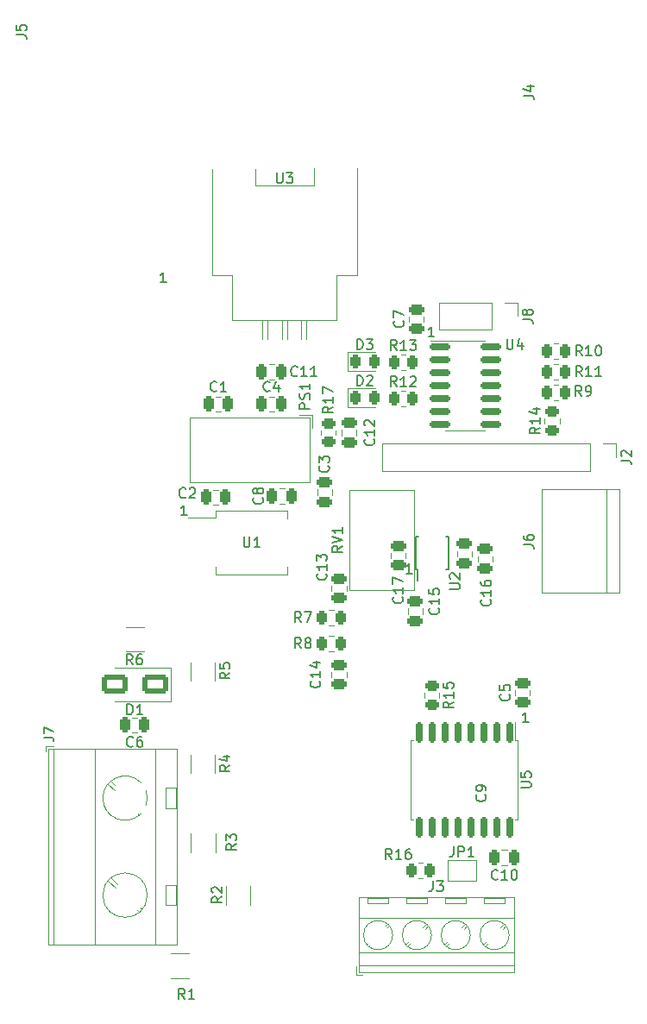
<source format=gbr>
%TF.GenerationSoftware,KiCad,Pcbnew,7.0.11-7.0.11~ubuntu20.04.1*%
%TF.CreationDate,2024-08-15T08:53:24+02:00*%
%TF.ProjectId,diyBMS_CurrentVoltage_ADS1115,64697942-4d53-45f4-9375-7272656e7456,rev?*%
%TF.SameCoordinates,Original*%
%TF.FileFunction,Legend,Top*%
%TF.FilePolarity,Positive*%
%FSLAX46Y46*%
G04 Gerber Fmt 4.6, Leading zero omitted, Abs format (unit mm)*
G04 Created by KiCad (PCBNEW 7.0.11-7.0.11~ubuntu20.04.1) date 2024-08-15 08:53:24*
%MOMM*%
%LPD*%
G01*
G04 APERTURE LIST*
G04 Aperture macros list*
%AMRoundRect*
0 Rectangle with rounded corners*
0 $1 Rounding radius*
0 $2 $3 $4 $5 $6 $7 $8 $9 X,Y pos of 4 corners*
0 Add a 4 corners polygon primitive as box body*
4,1,4,$2,$3,$4,$5,$6,$7,$8,$9,$2,$3,0*
0 Add four circle primitives for the rounded corners*
1,1,$1+$1,$2,$3*
1,1,$1+$1,$4,$5*
1,1,$1+$1,$6,$7*
1,1,$1+$1,$8,$9*
0 Add four rect primitives between the rounded corners*
20,1,$1+$1,$2,$3,$4,$5,0*
20,1,$1+$1,$4,$5,$6,$7,0*
20,1,$1+$1,$6,$7,$8,$9,0*
20,1,$1+$1,$8,$9,$2,$3,0*%
%AMHorizOval*
0 Thick line with rounded ends*
0 $1 width*
0 $2 $3 position (X,Y) of the first rounded end (center of the circle)*
0 $4 $5 position (X,Y) of the second rounded end (center of the circle)*
0 Add line between two ends*
20,1,$1,$2,$3,$4,$5,0*
0 Add two circle primitives to create the rounded ends*
1,1,$1,$2,$3*
1,1,$1,$4,$5*%
G04 Aperture macros list end*
%ADD10C,0.150000*%
%ADD11C,0.120000*%
%ADD12C,0.200000*%
%ADD13R,2.600000X2.484000*%
%ADD14RoundRect,0.150000X-0.150000X0.875000X-0.150000X-0.875000X0.150000X-0.875000X0.150000X0.875000X0*%
%ADD15R,1.400000X1.400000*%
%ADD16C,1.400000*%
%ADD17R,1.700000X1.700000*%
%ADD18O,1.700000X1.700000*%
%ADD19RoundRect,0.250000X0.475000X-0.250000X0.475000X0.250000X-0.475000X0.250000X-0.475000X-0.250000X0*%
%ADD20C,3.200000*%
%ADD21RoundRect,0.250000X-0.250000X-0.475000X0.250000X-0.475000X0.250000X0.475000X-0.250000X0.475000X0*%
%ADD22RoundRect,0.250000X0.250000X0.475000X-0.250000X0.475000X-0.250000X-0.475000X0.250000X-0.475000X0*%
%ADD23RoundRect,0.250000X-0.475000X0.250000X-0.475000X-0.250000X0.475000X-0.250000X0.475000X0.250000X0*%
%ADD24RoundRect,0.250000X-0.262500X-0.450000X0.262500X-0.450000X0.262500X0.450000X-0.262500X0.450000X0*%
%ADD25RoundRect,0.250000X1.000000X0.650000X-1.000000X0.650000X-1.000000X-0.650000X1.000000X-0.650000X0*%
%ADD26RoundRect,0.250000X0.450000X-0.262500X0.450000X0.262500X-0.450000X0.262500X-0.450000X-0.262500X0*%
%ADD27R,2.484000X2.600000*%
%ADD28R,2.600000X2.600000*%
%ADD29C,2.600000*%
%ADD30R,1.905000X0.640000*%
%ADD31R,0.250000X1.100000*%
%ADD32R,1.500000X1.500000*%
%ADD33C,1.500000*%
%ADD34HorizOval,0.800000X0.000000X0.000000X0.000000X0.000000X0*%
%ADD35HorizOval,0.800000X0.000000X0.000000X0.000000X0.000000X0*%
%ADD36C,0.800000*%
%ADD37O,9.000000X6.000000*%
%ADD38RoundRect,0.250000X0.262500X0.450000X-0.262500X0.450000X-0.262500X-0.450000X0.262500X-0.450000X0*%
%ADD39RoundRect,0.243750X-0.243750X-0.456250X0.243750X-0.456250X0.243750X0.456250X-0.243750X0.456250X0*%
%ADD40R,1.000000X1.500000*%
%ADD41RoundRect,0.250000X-0.450000X0.262500X-0.450000X-0.262500X0.450000X-0.262500X0.450000X0.262500X0*%
%ADD42R,3.000000X3.000000*%
%ADD43C,3.000000*%
%ADD44RoundRect,0.150000X-0.825000X-0.150000X0.825000X-0.150000X0.825000X0.150000X-0.825000X0.150000X0*%
%ADD45C,1.440000*%
%ADD46R,1.750000X2.250000*%
%ADD47O,1.750000X2.250000*%
G04 APERTURE END LIST*
D10*
X38452588Y-55749819D02*
X37881160Y-55749819D01*
X38166874Y-55749819D02*
X38166874Y-54749819D01*
X38166874Y-54749819D02*
X38071636Y-54892676D01*
X38071636Y-54892676D02*
X37976398Y-54987914D01*
X37976398Y-54987914D02*
X37881160Y-55035533D01*
X36420588Y-32889819D02*
X35849160Y-32889819D01*
X36134874Y-32889819D02*
X36134874Y-31889819D01*
X36134874Y-31889819D02*
X36039636Y-32032676D01*
X36039636Y-32032676D02*
X35944398Y-32127914D01*
X35944398Y-32127914D02*
X35849160Y-32175533D01*
X62709588Y-38223819D02*
X62138160Y-38223819D01*
X62423874Y-38223819D02*
X62423874Y-37223819D01*
X62423874Y-37223819D02*
X62328636Y-37366676D01*
X62328636Y-37366676D02*
X62233398Y-37461914D01*
X62233398Y-37461914D02*
X62138160Y-37509533D01*
X71980588Y-76069819D02*
X71409160Y-76069819D01*
X71694874Y-76069819D02*
X71694874Y-75069819D01*
X71694874Y-75069819D02*
X71599636Y-75212676D01*
X71599636Y-75212676D02*
X71504398Y-75307914D01*
X71504398Y-75307914D02*
X71409160Y-75355533D01*
X60550588Y-61464819D02*
X59979160Y-61464819D01*
X60264874Y-61464819D02*
X60264874Y-60464819D01*
X60264874Y-60464819D02*
X60169636Y-60607676D01*
X60169636Y-60607676D02*
X60074398Y-60702914D01*
X60074398Y-60702914D02*
X59979160Y-60750533D01*
X42654319Y-71176166D02*
X42178128Y-71509499D01*
X42654319Y-71747594D02*
X41654319Y-71747594D01*
X41654319Y-71747594D02*
X41654319Y-71366642D01*
X41654319Y-71366642D02*
X41701938Y-71271404D01*
X41701938Y-71271404D02*
X41749557Y-71223785D01*
X41749557Y-71223785D02*
X41844795Y-71176166D01*
X41844795Y-71176166D02*
X41987652Y-71176166D01*
X41987652Y-71176166D02*
X42082890Y-71223785D01*
X42082890Y-71223785D02*
X42130509Y-71271404D01*
X42130509Y-71271404D02*
X42178128Y-71366642D01*
X42178128Y-71366642D02*
X42178128Y-71747594D01*
X41654319Y-70271404D02*
X41654319Y-70747594D01*
X41654319Y-70747594D02*
X42130509Y-70795213D01*
X42130509Y-70795213D02*
X42082890Y-70747594D01*
X42082890Y-70747594D02*
X42035271Y-70652356D01*
X42035271Y-70652356D02*
X42035271Y-70414261D01*
X42035271Y-70414261D02*
X42082890Y-70319023D01*
X42082890Y-70319023D02*
X42130509Y-70271404D01*
X42130509Y-70271404D02*
X42225747Y-70223785D01*
X42225747Y-70223785D02*
X42463842Y-70223785D01*
X42463842Y-70223785D02*
X42559080Y-70271404D01*
X42559080Y-70271404D02*
X42606700Y-70319023D01*
X42606700Y-70319023D02*
X42654319Y-70414261D01*
X42654319Y-70414261D02*
X42654319Y-70652356D01*
X42654319Y-70652356D02*
X42606700Y-70747594D01*
X42606700Y-70747594D02*
X42559080Y-70795213D01*
X71213819Y-82471904D02*
X72023342Y-82471904D01*
X72023342Y-82471904D02*
X72118580Y-82424285D01*
X72118580Y-82424285D02*
X72166200Y-82376666D01*
X72166200Y-82376666D02*
X72213819Y-82281428D01*
X72213819Y-82281428D02*
X72213819Y-82090952D01*
X72213819Y-82090952D02*
X72166200Y-81995714D01*
X72166200Y-81995714D02*
X72118580Y-81948095D01*
X72118580Y-81948095D02*
X72023342Y-81900476D01*
X72023342Y-81900476D02*
X71213819Y-81900476D01*
X71213819Y-80948095D02*
X71213819Y-81424285D01*
X71213819Y-81424285D02*
X71690009Y-81471904D01*
X71690009Y-81471904D02*
X71642390Y-81424285D01*
X71642390Y-81424285D02*
X71594771Y-81329047D01*
X71594771Y-81329047D02*
X71594771Y-81090952D01*
X71594771Y-81090952D02*
X71642390Y-80995714D01*
X71642390Y-80995714D02*
X71690009Y-80948095D01*
X71690009Y-80948095D02*
X71785247Y-80900476D01*
X71785247Y-80900476D02*
X72023342Y-80900476D01*
X72023342Y-80900476D02*
X72118580Y-80948095D01*
X72118580Y-80948095D02*
X72166200Y-80995714D01*
X72166200Y-80995714D02*
X72213819Y-81090952D01*
X72213819Y-81090952D02*
X72213819Y-81329047D01*
X72213819Y-81329047D02*
X72166200Y-81424285D01*
X72166200Y-81424285D02*
X72118580Y-81471904D01*
X62575666Y-91644819D02*
X62575666Y-92359104D01*
X62575666Y-92359104D02*
X62528047Y-92501961D01*
X62528047Y-92501961D02*
X62432809Y-92597200D01*
X62432809Y-92597200D02*
X62289952Y-92644819D01*
X62289952Y-92644819D02*
X62194714Y-92644819D01*
X62956619Y-91644819D02*
X63575666Y-91644819D01*
X63575666Y-91644819D02*
X63242333Y-92025771D01*
X63242333Y-92025771D02*
X63385190Y-92025771D01*
X63385190Y-92025771D02*
X63480428Y-92073390D01*
X63480428Y-92073390D02*
X63528047Y-92121009D01*
X63528047Y-92121009D02*
X63575666Y-92216247D01*
X63575666Y-92216247D02*
X63575666Y-92454342D01*
X63575666Y-92454342D02*
X63528047Y-92549580D01*
X63528047Y-92549580D02*
X63480428Y-92597200D01*
X63480428Y-92597200D02*
X63385190Y-92644819D01*
X63385190Y-92644819D02*
X63099476Y-92644819D01*
X63099476Y-92644819D02*
X63004238Y-92597200D01*
X63004238Y-92597200D02*
X62956619Y-92549580D01*
X71380819Y-36528333D02*
X72095104Y-36528333D01*
X72095104Y-36528333D02*
X72237961Y-36575952D01*
X72237961Y-36575952D02*
X72333200Y-36671190D01*
X72333200Y-36671190D02*
X72380819Y-36814047D01*
X72380819Y-36814047D02*
X72380819Y-36909285D01*
X71809390Y-35909285D02*
X71761771Y-36004523D01*
X71761771Y-36004523D02*
X71714152Y-36052142D01*
X71714152Y-36052142D02*
X71618914Y-36099761D01*
X71618914Y-36099761D02*
X71571295Y-36099761D01*
X71571295Y-36099761D02*
X71476057Y-36052142D01*
X71476057Y-36052142D02*
X71428438Y-36004523D01*
X71428438Y-36004523D02*
X71380819Y-35909285D01*
X71380819Y-35909285D02*
X71380819Y-35718809D01*
X71380819Y-35718809D02*
X71428438Y-35623571D01*
X71428438Y-35623571D02*
X71476057Y-35575952D01*
X71476057Y-35575952D02*
X71571295Y-35528333D01*
X71571295Y-35528333D02*
X71618914Y-35528333D01*
X71618914Y-35528333D02*
X71714152Y-35575952D01*
X71714152Y-35575952D02*
X71761771Y-35623571D01*
X71761771Y-35623571D02*
X71809390Y-35718809D01*
X71809390Y-35718809D02*
X71809390Y-35909285D01*
X71809390Y-35909285D02*
X71857009Y-36004523D01*
X71857009Y-36004523D02*
X71904628Y-36052142D01*
X71904628Y-36052142D02*
X71999866Y-36099761D01*
X71999866Y-36099761D02*
X72190342Y-36099761D01*
X72190342Y-36099761D02*
X72285580Y-36052142D01*
X72285580Y-36052142D02*
X72333200Y-36004523D01*
X72333200Y-36004523D02*
X72380819Y-35909285D01*
X72380819Y-35909285D02*
X72380819Y-35718809D01*
X72380819Y-35718809D02*
X72333200Y-35623571D01*
X72333200Y-35623571D02*
X72285580Y-35575952D01*
X72285580Y-35575952D02*
X72190342Y-35528333D01*
X72190342Y-35528333D02*
X71999866Y-35528333D01*
X71999866Y-35528333D02*
X71904628Y-35575952D01*
X71904628Y-35575952D02*
X71857009Y-35623571D01*
X71857009Y-35623571D02*
X71809390Y-35718809D01*
X68177580Y-64015857D02*
X68225200Y-64063476D01*
X68225200Y-64063476D02*
X68272819Y-64206333D01*
X68272819Y-64206333D02*
X68272819Y-64301571D01*
X68272819Y-64301571D02*
X68225200Y-64444428D01*
X68225200Y-64444428D02*
X68129961Y-64539666D01*
X68129961Y-64539666D02*
X68034723Y-64587285D01*
X68034723Y-64587285D02*
X67844247Y-64634904D01*
X67844247Y-64634904D02*
X67701390Y-64634904D01*
X67701390Y-64634904D02*
X67510914Y-64587285D01*
X67510914Y-64587285D02*
X67415676Y-64539666D01*
X67415676Y-64539666D02*
X67320438Y-64444428D01*
X67320438Y-64444428D02*
X67272819Y-64301571D01*
X67272819Y-64301571D02*
X67272819Y-64206333D01*
X67272819Y-64206333D02*
X67320438Y-64063476D01*
X67320438Y-64063476D02*
X67368057Y-64015857D01*
X68272819Y-63063476D02*
X68272819Y-63634904D01*
X68272819Y-63349190D02*
X67272819Y-63349190D01*
X67272819Y-63349190D02*
X67415676Y-63444428D01*
X67415676Y-63444428D02*
X67510914Y-63539666D01*
X67510914Y-63539666D02*
X67558533Y-63634904D01*
X67272819Y-62206333D02*
X67272819Y-62396809D01*
X67272819Y-62396809D02*
X67320438Y-62492047D01*
X67320438Y-62492047D02*
X67368057Y-62539666D01*
X67368057Y-62539666D02*
X67510914Y-62634904D01*
X67510914Y-62634904D02*
X67701390Y-62682523D01*
X67701390Y-62682523D02*
X68082342Y-62682523D01*
X68082342Y-62682523D02*
X68177580Y-62634904D01*
X68177580Y-62634904D02*
X68225200Y-62587285D01*
X68225200Y-62587285D02*
X68272819Y-62492047D01*
X68272819Y-62492047D02*
X68272819Y-62301571D01*
X68272819Y-62301571D02*
X68225200Y-62206333D01*
X68225200Y-62206333D02*
X68177580Y-62158714D01*
X68177580Y-62158714D02*
X68082342Y-62111095D01*
X68082342Y-62111095D02*
X67844247Y-62111095D01*
X67844247Y-62111095D02*
X67749009Y-62158714D01*
X67749009Y-62158714D02*
X67701390Y-62206333D01*
X67701390Y-62206333D02*
X67653771Y-62301571D01*
X67653771Y-62301571D02*
X67653771Y-62492047D01*
X67653771Y-62492047D02*
X67701390Y-62587285D01*
X67701390Y-62587285D02*
X67749009Y-62634904D01*
X67749009Y-62634904D02*
X67844247Y-62682523D01*
X52302580Y-50900666D02*
X52350200Y-50948285D01*
X52350200Y-50948285D02*
X52397819Y-51091142D01*
X52397819Y-51091142D02*
X52397819Y-51186380D01*
X52397819Y-51186380D02*
X52350200Y-51329237D01*
X52350200Y-51329237D02*
X52254961Y-51424475D01*
X52254961Y-51424475D02*
X52159723Y-51472094D01*
X52159723Y-51472094D02*
X51969247Y-51519713D01*
X51969247Y-51519713D02*
X51826390Y-51519713D01*
X51826390Y-51519713D02*
X51635914Y-51472094D01*
X51635914Y-51472094D02*
X51540676Y-51424475D01*
X51540676Y-51424475D02*
X51445438Y-51329237D01*
X51445438Y-51329237D02*
X51397819Y-51186380D01*
X51397819Y-51186380D02*
X51397819Y-51091142D01*
X51397819Y-51091142D02*
X51445438Y-50948285D01*
X51445438Y-50948285D02*
X51493057Y-50900666D01*
X51397819Y-50567332D02*
X51397819Y-49948285D01*
X51397819Y-49948285D02*
X51778771Y-50281618D01*
X51778771Y-50281618D02*
X51778771Y-50138761D01*
X51778771Y-50138761D02*
X51826390Y-50043523D01*
X51826390Y-50043523D02*
X51874009Y-49995904D01*
X51874009Y-49995904D02*
X51969247Y-49948285D01*
X51969247Y-49948285D02*
X52207342Y-49948285D01*
X52207342Y-49948285D02*
X52302580Y-49995904D01*
X52302580Y-49995904D02*
X52350200Y-50043523D01*
X52350200Y-50043523D02*
X52397819Y-50138761D01*
X52397819Y-50138761D02*
X52397819Y-50424475D01*
X52397819Y-50424475D02*
X52350200Y-50519713D01*
X52350200Y-50519713D02*
X52302580Y-50567332D01*
X21679819Y-8588333D02*
X22394104Y-8588333D01*
X22394104Y-8588333D02*
X22536961Y-8635952D01*
X22536961Y-8635952D02*
X22632200Y-8731190D01*
X22632200Y-8731190D02*
X22679819Y-8874047D01*
X22679819Y-8874047D02*
X22679819Y-8969285D01*
X21679819Y-7635952D02*
X21679819Y-8112142D01*
X21679819Y-8112142D02*
X22156009Y-8159761D01*
X22156009Y-8159761D02*
X22108390Y-8112142D01*
X22108390Y-8112142D02*
X22060771Y-8016904D01*
X22060771Y-8016904D02*
X22060771Y-7778809D01*
X22060771Y-7778809D02*
X22108390Y-7683571D01*
X22108390Y-7683571D02*
X22156009Y-7635952D01*
X22156009Y-7635952D02*
X22251247Y-7588333D01*
X22251247Y-7588333D02*
X22489342Y-7588333D01*
X22489342Y-7588333D02*
X22584580Y-7635952D01*
X22584580Y-7635952D02*
X22632200Y-7683571D01*
X22632200Y-7683571D02*
X22679819Y-7778809D01*
X22679819Y-7778809D02*
X22679819Y-8016904D01*
X22679819Y-8016904D02*
X22632200Y-8112142D01*
X22632200Y-8112142D02*
X22584580Y-8159761D01*
X68936142Y-91418580D02*
X68888523Y-91466200D01*
X68888523Y-91466200D02*
X68745666Y-91513819D01*
X68745666Y-91513819D02*
X68650428Y-91513819D01*
X68650428Y-91513819D02*
X68507571Y-91466200D01*
X68507571Y-91466200D02*
X68412333Y-91370961D01*
X68412333Y-91370961D02*
X68364714Y-91275723D01*
X68364714Y-91275723D02*
X68317095Y-91085247D01*
X68317095Y-91085247D02*
X68317095Y-90942390D01*
X68317095Y-90942390D02*
X68364714Y-90751914D01*
X68364714Y-90751914D02*
X68412333Y-90656676D01*
X68412333Y-90656676D02*
X68507571Y-90561438D01*
X68507571Y-90561438D02*
X68650428Y-90513819D01*
X68650428Y-90513819D02*
X68745666Y-90513819D01*
X68745666Y-90513819D02*
X68888523Y-90561438D01*
X68888523Y-90561438D02*
X68936142Y-90609057D01*
X69888523Y-91513819D02*
X69317095Y-91513819D01*
X69602809Y-91513819D02*
X69602809Y-90513819D01*
X69602809Y-90513819D02*
X69507571Y-90656676D01*
X69507571Y-90656676D02*
X69412333Y-90751914D01*
X69412333Y-90751914D02*
X69317095Y-90799533D01*
X70507571Y-90513819D02*
X70602809Y-90513819D01*
X70602809Y-90513819D02*
X70698047Y-90561438D01*
X70698047Y-90561438D02*
X70745666Y-90609057D01*
X70745666Y-90609057D02*
X70793285Y-90704295D01*
X70793285Y-90704295D02*
X70840904Y-90894771D01*
X70840904Y-90894771D02*
X70840904Y-91132866D01*
X70840904Y-91132866D02*
X70793285Y-91323342D01*
X70793285Y-91323342D02*
X70745666Y-91418580D01*
X70745666Y-91418580D02*
X70698047Y-91466200D01*
X70698047Y-91466200D02*
X70602809Y-91513819D01*
X70602809Y-91513819D02*
X70507571Y-91513819D01*
X70507571Y-91513819D02*
X70412333Y-91466200D01*
X70412333Y-91466200D02*
X70364714Y-91418580D01*
X70364714Y-91418580D02*
X70317095Y-91323342D01*
X70317095Y-91323342D02*
X70269476Y-91132866D01*
X70269476Y-91132866D02*
X70269476Y-90894771D01*
X70269476Y-90894771D02*
X70317095Y-90704295D01*
X70317095Y-90704295D02*
X70364714Y-90609057D01*
X70364714Y-90609057D02*
X70412333Y-90561438D01*
X70412333Y-90561438D02*
X70507571Y-90513819D01*
X45825580Y-54014666D02*
X45873200Y-54062285D01*
X45873200Y-54062285D02*
X45920819Y-54205142D01*
X45920819Y-54205142D02*
X45920819Y-54300380D01*
X45920819Y-54300380D02*
X45873200Y-54443237D01*
X45873200Y-54443237D02*
X45777961Y-54538475D01*
X45777961Y-54538475D02*
X45682723Y-54586094D01*
X45682723Y-54586094D02*
X45492247Y-54633713D01*
X45492247Y-54633713D02*
X45349390Y-54633713D01*
X45349390Y-54633713D02*
X45158914Y-54586094D01*
X45158914Y-54586094D02*
X45063676Y-54538475D01*
X45063676Y-54538475D02*
X44968438Y-54443237D01*
X44968438Y-54443237D02*
X44920819Y-54300380D01*
X44920819Y-54300380D02*
X44920819Y-54205142D01*
X44920819Y-54205142D02*
X44968438Y-54062285D01*
X44968438Y-54062285D02*
X45016057Y-54014666D01*
X45349390Y-53443237D02*
X45301771Y-53538475D01*
X45301771Y-53538475D02*
X45254152Y-53586094D01*
X45254152Y-53586094D02*
X45158914Y-53633713D01*
X45158914Y-53633713D02*
X45111295Y-53633713D01*
X45111295Y-53633713D02*
X45016057Y-53586094D01*
X45016057Y-53586094D02*
X44968438Y-53538475D01*
X44968438Y-53538475D02*
X44920819Y-53443237D01*
X44920819Y-53443237D02*
X44920819Y-53252761D01*
X44920819Y-53252761D02*
X44968438Y-53157523D01*
X44968438Y-53157523D02*
X45016057Y-53109904D01*
X45016057Y-53109904D02*
X45111295Y-53062285D01*
X45111295Y-53062285D02*
X45158914Y-53062285D01*
X45158914Y-53062285D02*
X45254152Y-53109904D01*
X45254152Y-53109904D02*
X45301771Y-53157523D01*
X45301771Y-53157523D02*
X45349390Y-53252761D01*
X45349390Y-53252761D02*
X45349390Y-53443237D01*
X45349390Y-53443237D02*
X45397009Y-53538475D01*
X45397009Y-53538475D02*
X45444628Y-53586094D01*
X45444628Y-53586094D02*
X45539866Y-53633713D01*
X45539866Y-53633713D02*
X45730342Y-53633713D01*
X45730342Y-53633713D02*
X45825580Y-53586094D01*
X45825580Y-53586094D02*
X45873200Y-53538475D01*
X45873200Y-53538475D02*
X45920819Y-53443237D01*
X45920819Y-53443237D02*
X45920819Y-53252761D01*
X45920819Y-53252761D02*
X45873200Y-53157523D01*
X45873200Y-53157523D02*
X45825580Y-53109904D01*
X45825580Y-53109904D02*
X45730342Y-53062285D01*
X45730342Y-53062285D02*
X45539866Y-53062285D01*
X45539866Y-53062285D02*
X45444628Y-53109904D01*
X45444628Y-53109904D02*
X45397009Y-53157523D01*
X45397009Y-53157523D02*
X45349390Y-53252761D01*
X33145333Y-78369080D02*
X33097714Y-78416700D01*
X33097714Y-78416700D02*
X32954857Y-78464319D01*
X32954857Y-78464319D02*
X32859619Y-78464319D01*
X32859619Y-78464319D02*
X32716762Y-78416700D01*
X32716762Y-78416700D02*
X32621524Y-78321461D01*
X32621524Y-78321461D02*
X32573905Y-78226223D01*
X32573905Y-78226223D02*
X32526286Y-78035747D01*
X32526286Y-78035747D02*
X32526286Y-77892890D01*
X32526286Y-77892890D02*
X32573905Y-77702414D01*
X32573905Y-77702414D02*
X32621524Y-77607176D01*
X32621524Y-77607176D02*
X32716762Y-77511938D01*
X32716762Y-77511938D02*
X32859619Y-77464319D01*
X32859619Y-77464319D02*
X32954857Y-77464319D01*
X32954857Y-77464319D02*
X33097714Y-77511938D01*
X33097714Y-77511938D02*
X33145333Y-77559557D01*
X34002476Y-77464319D02*
X33812000Y-77464319D01*
X33812000Y-77464319D02*
X33716762Y-77511938D01*
X33716762Y-77511938D02*
X33669143Y-77559557D01*
X33669143Y-77559557D02*
X33573905Y-77702414D01*
X33573905Y-77702414D02*
X33526286Y-77892890D01*
X33526286Y-77892890D02*
X33526286Y-78273842D01*
X33526286Y-78273842D02*
X33573905Y-78369080D01*
X33573905Y-78369080D02*
X33621524Y-78416700D01*
X33621524Y-78416700D02*
X33716762Y-78464319D01*
X33716762Y-78464319D02*
X33907238Y-78464319D01*
X33907238Y-78464319D02*
X34002476Y-78416700D01*
X34002476Y-78416700D02*
X34050095Y-78369080D01*
X34050095Y-78369080D02*
X34097714Y-78273842D01*
X34097714Y-78273842D02*
X34097714Y-78035747D01*
X34097714Y-78035747D02*
X34050095Y-77940509D01*
X34050095Y-77940509D02*
X34002476Y-77892890D01*
X34002476Y-77892890D02*
X33907238Y-77845271D01*
X33907238Y-77845271D02*
X33716762Y-77845271D01*
X33716762Y-77845271D02*
X33621524Y-77892890D01*
X33621524Y-77892890D02*
X33573905Y-77940509D01*
X33573905Y-77940509D02*
X33526286Y-78035747D01*
X43289319Y-88003166D02*
X42813128Y-88336499D01*
X43289319Y-88574594D02*
X42289319Y-88574594D01*
X42289319Y-88574594D02*
X42289319Y-88193642D01*
X42289319Y-88193642D02*
X42336938Y-88098404D01*
X42336938Y-88098404D02*
X42384557Y-88050785D01*
X42384557Y-88050785D02*
X42479795Y-88003166D01*
X42479795Y-88003166D02*
X42622652Y-88003166D01*
X42622652Y-88003166D02*
X42717890Y-88050785D01*
X42717890Y-88050785D02*
X42765509Y-88098404D01*
X42765509Y-88098404D02*
X42813128Y-88193642D01*
X42813128Y-88193642D02*
X42813128Y-88574594D01*
X42289319Y-87669832D02*
X42289319Y-87050785D01*
X42289319Y-87050785D02*
X42670271Y-87384118D01*
X42670271Y-87384118D02*
X42670271Y-87241261D01*
X42670271Y-87241261D02*
X42717890Y-87146023D01*
X42717890Y-87146023D02*
X42765509Y-87098404D01*
X42765509Y-87098404D02*
X42860747Y-87050785D01*
X42860747Y-87050785D02*
X43098842Y-87050785D01*
X43098842Y-87050785D02*
X43194080Y-87098404D01*
X43194080Y-87098404D02*
X43241700Y-87146023D01*
X43241700Y-87146023D02*
X43289319Y-87241261D01*
X43289319Y-87241261D02*
X43289319Y-87526975D01*
X43289319Y-87526975D02*
X43241700Y-87622213D01*
X43241700Y-87622213D02*
X43194080Y-87669832D01*
X67698580Y-83178666D02*
X67746200Y-83226285D01*
X67746200Y-83226285D02*
X67793819Y-83369142D01*
X67793819Y-83369142D02*
X67793819Y-83464380D01*
X67793819Y-83464380D02*
X67746200Y-83607237D01*
X67746200Y-83607237D02*
X67650961Y-83702475D01*
X67650961Y-83702475D02*
X67555723Y-83750094D01*
X67555723Y-83750094D02*
X67365247Y-83797713D01*
X67365247Y-83797713D02*
X67222390Y-83797713D01*
X67222390Y-83797713D02*
X67031914Y-83750094D01*
X67031914Y-83750094D02*
X66936676Y-83702475D01*
X66936676Y-83702475D02*
X66841438Y-83607237D01*
X66841438Y-83607237D02*
X66793819Y-83464380D01*
X66793819Y-83464380D02*
X66793819Y-83369142D01*
X66793819Y-83369142D02*
X66841438Y-83226285D01*
X66841438Y-83226285D02*
X66889057Y-83178666D01*
X67793819Y-82702475D02*
X67793819Y-82511999D01*
X67793819Y-82511999D02*
X67746200Y-82416761D01*
X67746200Y-82416761D02*
X67698580Y-82369142D01*
X67698580Y-82369142D02*
X67555723Y-82273904D01*
X67555723Y-82273904D02*
X67365247Y-82226285D01*
X67365247Y-82226285D02*
X66984295Y-82226285D01*
X66984295Y-82226285D02*
X66889057Y-82273904D01*
X66889057Y-82273904D02*
X66841438Y-82321523D01*
X66841438Y-82321523D02*
X66793819Y-82416761D01*
X66793819Y-82416761D02*
X66793819Y-82607237D01*
X66793819Y-82607237D02*
X66841438Y-82702475D01*
X66841438Y-82702475D02*
X66889057Y-82750094D01*
X66889057Y-82750094D02*
X66984295Y-82797713D01*
X66984295Y-82797713D02*
X67222390Y-82797713D01*
X67222390Y-82797713D02*
X67317628Y-82750094D01*
X67317628Y-82750094D02*
X67365247Y-82702475D01*
X67365247Y-82702475D02*
X67412866Y-82607237D01*
X67412866Y-82607237D02*
X67412866Y-82416761D01*
X67412866Y-82416761D02*
X67365247Y-82321523D01*
X67365247Y-82321523D02*
X67317628Y-82273904D01*
X67317628Y-82273904D02*
X67222390Y-82226285D01*
X70053580Y-73306666D02*
X70101200Y-73354285D01*
X70101200Y-73354285D02*
X70148819Y-73497142D01*
X70148819Y-73497142D02*
X70148819Y-73592380D01*
X70148819Y-73592380D02*
X70101200Y-73735237D01*
X70101200Y-73735237D02*
X70005961Y-73830475D01*
X70005961Y-73830475D02*
X69910723Y-73878094D01*
X69910723Y-73878094D02*
X69720247Y-73925713D01*
X69720247Y-73925713D02*
X69577390Y-73925713D01*
X69577390Y-73925713D02*
X69386914Y-73878094D01*
X69386914Y-73878094D02*
X69291676Y-73830475D01*
X69291676Y-73830475D02*
X69196438Y-73735237D01*
X69196438Y-73735237D02*
X69148819Y-73592380D01*
X69148819Y-73592380D02*
X69148819Y-73497142D01*
X69148819Y-73497142D02*
X69196438Y-73354285D01*
X69196438Y-73354285D02*
X69244057Y-73306666D01*
X69148819Y-72401904D02*
X69148819Y-72878094D01*
X69148819Y-72878094D02*
X69625009Y-72925713D01*
X69625009Y-72925713D02*
X69577390Y-72878094D01*
X69577390Y-72878094D02*
X69529771Y-72782856D01*
X69529771Y-72782856D02*
X69529771Y-72544761D01*
X69529771Y-72544761D02*
X69577390Y-72449523D01*
X69577390Y-72449523D02*
X69625009Y-72401904D01*
X69625009Y-72401904D02*
X69720247Y-72354285D01*
X69720247Y-72354285D02*
X69958342Y-72354285D01*
X69958342Y-72354285D02*
X70053580Y-72401904D01*
X70053580Y-72401904D02*
X70101200Y-72449523D01*
X70101200Y-72449523D02*
X70148819Y-72544761D01*
X70148819Y-72544761D02*
X70148819Y-72782856D01*
X70148819Y-72782856D02*
X70101200Y-72878094D01*
X70101200Y-72878094D02*
X70053580Y-72925713D01*
X52072080Y-61475857D02*
X52119700Y-61523476D01*
X52119700Y-61523476D02*
X52167319Y-61666333D01*
X52167319Y-61666333D02*
X52167319Y-61761571D01*
X52167319Y-61761571D02*
X52119700Y-61904428D01*
X52119700Y-61904428D02*
X52024461Y-61999666D01*
X52024461Y-61999666D02*
X51929223Y-62047285D01*
X51929223Y-62047285D02*
X51738747Y-62094904D01*
X51738747Y-62094904D02*
X51595890Y-62094904D01*
X51595890Y-62094904D02*
X51405414Y-62047285D01*
X51405414Y-62047285D02*
X51310176Y-61999666D01*
X51310176Y-61999666D02*
X51214938Y-61904428D01*
X51214938Y-61904428D02*
X51167319Y-61761571D01*
X51167319Y-61761571D02*
X51167319Y-61666333D01*
X51167319Y-61666333D02*
X51214938Y-61523476D01*
X51214938Y-61523476D02*
X51262557Y-61475857D01*
X52167319Y-60523476D02*
X52167319Y-61094904D01*
X52167319Y-60809190D02*
X51167319Y-60809190D01*
X51167319Y-60809190D02*
X51310176Y-60904428D01*
X51310176Y-60904428D02*
X51405414Y-60999666D01*
X51405414Y-60999666D02*
X51453033Y-61094904D01*
X51167319Y-60190142D02*
X51167319Y-59571095D01*
X51167319Y-59571095D02*
X51548271Y-59904428D01*
X51548271Y-59904428D02*
X51548271Y-59761571D01*
X51548271Y-59761571D02*
X51595890Y-59666333D01*
X51595890Y-59666333D02*
X51643509Y-59618714D01*
X51643509Y-59618714D02*
X51738747Y-59571095D01*
X51738747Y-59571095D02*
X51976842Y-59571095D01*
X51976842Y-59571095D02*
X52072080Y-59618714D01*
X52072080Y-59618714D02*
X52119700Y-59666333D01*
X52119700Y-59666333D02*
X52167319Y-59761571D01*
X52167319Y-59761571D02*
X52167319Y-60047285D01*
X52167319Y-60047285D02*
X52119700Y-60142523D01*
X52119700Y-60142523D02*
X52072080Y-60190142D01*
X49268142Y-42015580D02*
X49220523Y-42063200D01*
X49220523Y-42063200D02*
X49077666Y-42110819D01*
X49077666Y-42110819D02*
X48982428Y-42110819D01*
X48982428Y-42110819D02*
X48839571Y-42063200D01*
X48839571Y-42063200D02*
X48744333Y-41967961D01*
X48744333Y-41967961D02*
X48696714Y-41872723D01*
X48696714Y-41872723D02*
X48649095Y-41682247D01*
X48649095Y-41682247D02*
X48649095Y-41539390D01*
X48649095Y-41539390D02*
X48696714Y-41348914D01*
X48696714Y-41348914D02*
X48744333Y-41253676D01*
X48744333Y-41253676D02*
X48839571Y-41158438D01*
X48839571Y-41158438D02*
X48982428Y-41110819D01*
X48982428Y-41110819D02*
X49077666Y-41110819D01*
X49077666Y-41110819D02*
X49220523Y-41158438D01*
X49220523Y-41158438D02*
X49268142Y-41206057D01*
X50220523Y-42110819D02*
X49649095Y-42110819D01*
X49934809Y-42110819D02*
X49934809Y-41110819D01*
X49934809Y-41110819D02*
X49839571Y-41253676D01*
X49839571Y-41253676D02*
X49744333Y-41348914D01*
X49744333Y-41348914D02*
X49649095Y-41396533D01*
X51172904Y-42110819D02*
X50601476Y-42110819D01*
X50887190Y-42110819D02*
X50887190Y-41110819D01*
X50887190Y-41110819D02*
X50791952Y-41253676D01*
X50791952Y-41253676D02*
X50696714Y-41348914D01*
X50696714Y-41348914D02*
X50601476Y-41396533D01*
X49640833Y-68780819D02*
X49307500Y-68304628D01*
X49069405Y-68780819D02*
X49069405Y-67780819D01*
X49069405Y-67780819D02*
X49450357Y-67780819D01*
X49450357Y-67780819D02*
X49545595Y-67828438D01*
X49545595Y-67828438D02*
X49593214Y-67876057D01*
X49593214Y-67876057D02*
X49640833Y-67971295D01*
X49640833Y-67971295D02*
X49640833Y-68114152D01*
X49640833Y-68114152D02*
X49593214Y-68209390D01*
X49593214Y-68209390D02*
X49545595Y-68257009D01*
X49545595Y-68257009D02*
X49450357Y-68304628D01*
X49450357Y-68304628D02*
X49069405Y-68304628D01*
X50212262Y-68209390D02*
X50117024Y-68161771D01*
X50117024Y-68161771D02*
X50069405Y-68114152D01*
X50069405Y-68114152D02*
X50021786Y-68018914D01*
X50021786Y-68018914D02*
X50021786Y-67971295D01*
X50021786Y-67971295D02*
X50069405Y-67876057D01*
X50069405Y-67876057D02*
X50117024Y-67828438D01*
X50117024Y-67828438D02*
X50212262Y-67780819D01*
X50212262Y-67780819D02*
X50402738Y-67780819D01*
X50402738Y-67780819D02*
X50497976Y-67828438D01*
X50497976Y-67828438D02*
X50545595Y-67876057D01*
X50545595Y-67876057D02*
X50593214Y-67971295D01*
X50593214Y-67971295D02*
X50593214Y-68018914D01*
X50593214Y-68018914D02*
X50545595Y-68114152D01*
X50545595Y-68114152D02*
X50497976Y-68161771D01*
X50497976Y-68161771D02*
X50402738Y-68209390D01*
X50402738Y-68209390D02*
X50212262Y-68209390D01*
X50212262Y-68209390D02*
X50117024Y-68257009D01*
X50117024Y-68257009D02*
X50069405Y-68304628D01*
X50069405Y-68304628D02*
X50021786Y-68399866D01*
X50021786Y-68399866D02*
X50021786Y-68590342D01*
X50021786Y-68590342D02*
X50069405Y-68685580D01*
X50069405Y-68685580D02*
X50117024Y-68733200D01*
X50117024Y-68733200D02*
X50212262Y-68780819D01*
X50212262Y-68780819D02*
X50402738Y-68780819D01*
X50402738Y-68780819D02*
X50497976Y-68733200D01*
X50497976Y-68733200D02*
X50545595Y-68685580D01*
X50545595Y-68685580D02*
X50593214Y-68590342D01*
X50593214Y-68590342D02*
X50593214Y-68399866D01*
X50593214Y-68399866D02*
X50545595Y-68304628D01*
X50545595Y-68304628D02*
X50497976Y-68257009D01*
X50497976Y-68257009D02*
X50402738Y-68209390D01*
X32573905Y-75284319D02*
X32573905Y-74284319D01*
X32573905Y-74284319D02*
X32812000Y-74284319D01*
X32812000Y-74284319D02*
X32954857Y-74331938D01*
X32954857Y-74331938D02*
X33050095Y-74427176D01*
X33050095Y-74427176D02*
X33097714Y-74522414D01*
X33097714Y-74522414D02*
X33145333Y-74712890D01*
X33145333Y-74712890D02*
X33145333Y-74855747D01*
X33145333Y-74855747D02*
X33097714Y-75046223D01*
X33097714Y-75046223D02*
X33050095Y-75141461D01*
X33050095Y-75141461D02*
X32954857Y-75236700D01*
X32954857Y-75236700D02*
X32812000Y-75284319D01*
X32812000Y-75284319D02*
X32573905Y-75284319D01*
X34097714Y-75284319D02*
X33526286Y-75284319D01*
X33812000Y-75284319D02*
X33812000Y-74284319D01*
X33812000Y-74284319D02*
X33716762Y-74427176D01*
X33716762Y-74427176D02*
X33621524Y-74522414D01*
X33621524Y-74522414D02*
X33526286Y-74570033D01*
X41362333Y-43510580D02*
X41314714Y-43558200D01*
X41314714Y-43558200D02*
X41171857Y-43605819D01*
X41171857Y-43605819D02*
X41076619Y-43605819D01*
X41076619Y-43605819D02*
X40933762Y-43558200D01*
X40933762Y-43558200D02*
X40838524Y-43462961D01*
X40838524Y-43462961D02*
X40790905Y-43367723D01*
X40790905Y-43367723D02*
X40743286Y-43177247D01*
X40743286Y-43177247D02*
X40743286Y-43034390D01*
X40743286Y-43034390D02*
X40790905Y-42843914D01*
X40790905Y-42843914D02*
X40838524Y-42748676D01*
X40838524Y-42748676D02*
X40933762Y-42653438D01*
X40933762Y-42653438D02*
X41076619Y-42605819D01*
X41076619Y-42605819D02*
X41171857Y-42605819D01*
X41171857Y-42605819D02*
X41314714Y-42653438D01*
X41314714Y-42653438D02*
X41362333Y-42701057D01*
X42314714Y-43605819D02*
X41743286Y-43605819D01*
X42029000Y-43605819D02*
X42029000Y-42605819D01*
X42029000Y-42605819D02*
X41933762Y-42748676D01*
X41933762Y-42748676D02*
X41838524Y-42843914D01*
X41838524Y-42843914D02*
X41743286Y-42891533D01*
X52778819Y-45092857D02*
X52302628Y-45426190D01*
X52778819Y-45664285D02*
X51778819Y-45664285D01*
X51778819Y-45664285D02*
X51778819Y-45283333D01*
X51778819Y-45283333D02*
X51826438Y-45188095D01*
X51826438Y-45188095D02*
X51874057Y-45140476D01*
X51874057Y-45140476D02*
X51969295Y-45092857D01*
X51969295Y-45092857D02*
X52112152Y-45092857D01*
X52112152Y-45092857D02*
X52207390Y-45140476D01*
X52207390Y-45140476D02*
X52255009Y-45188095D01*
X52255009Y-45188095D02*
X52302628Y-45283333D01*
X52302628Y-45283333D02*
X52302628Y-45664285D01*
X52778819Y-44140476D02*
X52778819Y-44711904D01*
X52778819Y-44426190D02*
X51778819Y-44426190D01*
X51778819Y-44426190D02*
X51921676Y-44521428D01*
X51921676Y-44521428D02*
X52016914Y-44616666D01*
X52016914Y-44616666D02*
X52064533Y-44711904D01*
X51778819Y-43807142D02*
X51778819Y-43140476D01*
X51778819Y-43140476D02*
X52778819Y-43569047D01*
X42654319Y-80256166D02*
X42178128Y-80589499D01*
X42654319Y-80827594D02*
X41654319Y-80827594D01*
X41654319Y-80827594D02*
X41654319Y-80446642D01*
X41654319Y-80446642D02*
X41701938Y-80351404D01*
X41701938Y-80351404D02*
X41749557Y-80303785D01*
X41749557Y-80303785D02*
X41844795Y-80256166D01*
X41844795Y-80256166D02*
X41987652Y-80256166D01*
X41987652Y-80256166D02*
X42082890Y-80303785D01*
X42082890Y-80303785D02*
X42130509Y-80351404D01*
X42130509Y-80351404D02*
X42178128Y-80446642D01*
X42178128Y-80446642D02*
X42178128Y-80827594D01*
X41987652Y-79399023D02*
X42654319Y-79399023D01*
X41606700Y-79637118D02*
X42320985Y-79875213D01*
X42320985Y-79875213D02*
X42320985Y-79256166D01*
X46569333Y-43510580D02*
X46521714Y-43558200D01*
X46521714Y-43558200D02*
X46378857Y-43605819D01*
X46378857Y-43605819D02*
X46283619Y-43605819D01*
X46283619Y-43605819D02*
X46140762Y-43558200D01*
X46140762Y-43558200D02*
X46045524Y-43462961D01*
X46045524Y-43462961D02*
X45997905Y-43367723D01*
X45997905Y-43367723D02*
X45950286Y-43177247D01*
X45950286Y-43177247D02*
X45950286Y-43034390D01*
X45950286Y-43034390D02*
X45997905Y-42843914D01*
X45997905Y-42843914D02*
X46045524Y-42748676D01*
X46045524Y-42748676D02*
X46140762Y-42653438D01*
X46140762Y-42653438D02*
X46283619Y-42605819D01*
X46283619Y-42605819D02*
X46378857Y-42605819D01*
X46378857Y-42605819D02*
X46521714Y-42653438D01*
X46521714Y-42653438D02*
X46569333Y-42701057D01*
X47426476Y-42939152D02*
X47426476Y-43605819D01*
X47188381Y-42558200D02*
X46950286Y-43272485D01*
X46950286Y-43272485D02*
X47569333Y-43272485D01*
X81032819Y-50371333D02*
X81747104Y-50371333D01*
X81747104Y-50371333D02*
X81889961Y-50418952D01*
X81889961Y-50418952D02*
X81985200Y-50514190D01*
X81985200Y-50514190D02*
X82032819Y-50657047D01*
X82032819Y-50657047D02*
X82032819Y-50752285D01*
X81128057Y-49942761D02*
X81080438Y-49895142D01*
X81080438Y-49895142D02*
X81032819Y-49799904D01*
X81032819Y-49799904D02*
X81032819Y-49561809D01*
X81032819Y-49561809D02*
X81080438Y-49466571D01*
X81080438Y-49466571D02*
X81128057Y-49418952D01*
X81128057Y-49418952D02*
X81223295Y-49371333D01*
X81223295Y-49371333D02*
X81318533Y-49371333D01*
X81318533Y-49371333D02*
X81461390Y-49418952D01*
X81461390Y-49418952D02*
X82032819Y-49990380D01*
X82032819Y-49990380D02*
X82032819Y-49371333D01*
X51437080Y-72016857D02*
X51484700Y-72064476D01*
X51484700Y-72064476D02*
X51532319Y-72207333D01*
X51532319Y-72207333D02*
X51532319Y-72302571D01*
X51532319Y-72302571D02*
X51484700Y-72445428D01*
X51484700Y-72445428D02*
X51389461Y-72540666D01*
X51389461Y-72540666D02*
X51294223Y-72588285D01*
X51294223Y-72588285D02*
X51103747Y-72635904D01*
X51103747Y-72635904D02*
X50960890Y-72635904D01*
X50960890Y-72635904D02*
X50770414Y-72588285D01*
X50770414Y-72588285D02*
X50675176Y-72540666D01*
X50675176Y-72540666D02*
X50579938Y-72445428D01*
X50579938Y-72445428D02*
X50532319Y-72302571D01*
X50532319Y-72302571D02*
X50532319Y-72207333D01*
X50532319Y-72207333D02*
X50579938Y-72064476D01*
X50579938Y-72064476D02*
X50627557Y-72016857D01*
X51532319Y-71064476D02*
X51532319Y-71635904D01*
X51532319Y-71350190D02*
X50532319Y-71350190D01*
X50532319Y-71350190D02*
X50675176Y-71445428D01*
X50675176Y-71445428D02*
X50770414Y-71540666D01*
X50770414Y-71540666D02*
X50818033Y-71635904D01*
X50865652Y-70207333D02*
X51532319Y-70207333D01*
X50484700Y-70445428D02*
X51198985Y-70683523D01*
X51198985Y-70683523D02*
X51198985Y-70064476D01*
X73076319Y-47124857D02*
X72600128Y-47458190D01*
X73076319Y-47696285D02*
X72076319Y-47696285D01*
X72076319Y-47696285D02*
X72076319Y-47315333D01*
X72076319Y-47315333D02*
X72123938Y-47220095D01*
X72123938Y-47220095D02*
X72171557Y-47172476D01*
X72171557Y-47172476D02*
X72266795Y-47124857D01*
X72266795Y-47124857D02*
X72409652Y-47124857D01*
X72409652Y-47124857D02*
X72504890Y-47172476D01*
X72504890Y-47172476D02*
X72552509Y-47220095D01*
X72552509Y-47220095D02*
X72600128Y-47315333D01*
X72600128Y-47315333D02*
X72600128Y-47696285D01*
X73076319Y-46172476D02*
X73076319Y-46743904D01*
X73076319Y-46458190D02*
X72076319Y-46458190D01*
X72076319Y-46458190D02*
X72219176Y-46553428D01*
X72219176Y-46553428D02*
X72314414Y-46648666D01*
X72314414Y-46648666D02*
X72362033Y-46743904D01*
X72409652Y-45315333D02*
X73076319Y-45315333D01*
X72028700Y-45553428D02*
X72742985Y-45791523D01*
X72742985Y-45791523D02*
X72742985Y-45172476D01*
X38222833Y-103200319D02*
X37889500Y-102724128D01*
X37651405Y-103200319D02*
X37651405Y-102200319D01*
X37651405Y-102200319D02*
X38032357Y-102200319D01*
X38032357Y-102200319D02*
X38127595Y-102247938D01*
X38127595Y-102247938D02*
X38175214Y-102295557D01*
X38175214Y-102295557D02*
X38222833Y-102390795D01*
X38222833Y-102390795D02*
X38222833Y-102533652D01*
X38222833Y-102533652D02*
X38175214Y-102628890D01*
X38175214Y-102628890D02*
X38127595Y-102676509D01*
X38127595Y-102676509D02*
X38032357Y-102724128D01*
X38032357Y-102724128D02*
X37651405Y-102724128D01*
X39175214Y-103200319D02*
X38603786Y-103200319D01*
X38889500Y-103200319D02*
X38889500Y-102200319D01*
X38889500Y-102200319D02*
X38794262Y-102343176D01*
X38794262Y-102343176D02*
X38699024Y-102438414D01*
X38699024Y-102438414D02*
X38603786Y-102486033D01*
X77176333Y-44015819D02*
X76843000Y-43539628D01*
X76604905Y-44015819D02*
X76604905Y-43015819D01*
X76604905Y-43015819D02*
X76985857Y-43015819D01*
X76985857Y-43015819D02*
X77081095Y-43063438D01*
X77081095Y-43063438D02*
X77128714Y-43111057D01*
X77128714Y-43111057D02*
X77176333Y-43206295D01*
X77176333Y-43206295D02*
X77176333Y-43349152D01*
X77176333Y-43349152D02*
X77128714Y-43444390D01*
X77128714Y-43444390D02*
X77081095Y-43492009D01*
X77081095Y-43492009D02*
X76985857Y-43539628D01*
X76985857Y-43539628D02*
X76604905Y-43539628D01*
X77652524Y-44015819D02*
X77843000Y-44015819D01*
X77843000Y-44015819D02*
X77938238Y-43968200D01*
X77938238Y-43968200D02*
X77985857Y-43920580D01*
X77985857Y-43920580D02*
X78081095Y-43777723D01*
X78081095Y-43777723D02*
X78128714Y-43587247D01*
X78128714Y-43587247D02*
X78128714Y-43206295D01*
X78128714Y-43206295D02*
X78081095Y-43111057D01*
X78081095Y-43111057D02*
X78033476Y-43063438D01*
X78033476Y-43063438D02*
X77938238Y-43015819D01*
X77938238Y-43015819D02*
X77747762Y-43015819D01*
X77747762Y-43015819D02*
X77652524Y-43063438D01*
X77652524Y-43063438D02*
X77604905Y-43111057D01*
X77604905Y-43111057D02*
X77557286Y-43206295D01*
X77557286Y-43206295D02*
X77557286Y-43444390D01*
X77557286Y-43444390D02*
X77604905Y-43539628D01*
X77604905Y-43539628D02*
X77652524Y-43587247D01*
X77652524Y-43587247D02*
X77747762Y-43634866D01*
X77747762Y-43634866D02*
X77938238Y-43634866D01*
X77938238Y-43634866D02*
X78033476Y-43587247D01*
X78033476Y-43587247D02*
X78081095Y-43539628D01*
X78081095Y-43539628D02*
X78128714Y-43444390D01*
X59023642Y-43101071D02*
X58690309Y-42624880D01*
X58452214Y-43101071D02*
X58452214Y-42101071D01*
X58452214Y-42101071D02*
X58833166Y-42101071D01*
X58833166Y-42101071D02*
X58928404Y-42148690D01*
X58928404Y-42148690D02*
X58976023Y-42196309D01*
X58976023Y-42196309D02*
X59023642Y-42291547D01*
X59023642Y-42291547D02*
X59023642Y-42434404D01*
X59023642Y-42434404D02*
X58976023Y-42529642D01*
X58976023Y-42529642D02*
X58928404Y-42577261D01*
X58928404Y-42577261D02*
X58833166Y-42624880D01*
X58833166Y-42624880D02*
X58452214Y-42624880D01*
X59976023Y-43101071D02*
X59404595Y-43101071D01*
X59690309Y-43101071D02*
X59690309Y-42101071D01*
X59690309Y-42101071D02*
X59595071Y-42243928D01*
X59595071Y-42243928D02*
X59499833Y-42339166D01*
X59499833Y-42339166D02*
X59404595Y-42386785D01*
X60356976Y-42196309D02*
X60404595Y-42148690D01*
X60404595Y-42148690D02*
X60499833Y-42101071D01*
X60499833Y-42101071D02*
X60737928Y-42101071D01*
X60737928Y-42101071D02*
X60833166Y-42148690D01*
X60833166Y-42148690D02*
X60880785Y-42196309D01*
X60880785Y-42196309D02*
X60928404Y-42291547D01*
X60928404Y-42291547D02*
X60928404Y-42386785D01*
X60928404Y-42386785D02*
X60880785Y-42529642D01*
X60880785Y-42529642D02*
X60309357Y-43101071D01*
X60309357Y-43101071D02*
X60928404Y-43101071D01*
X59023642Y-39545071D02*
X58690309Y-39068880D01*
X58452214Y-39545071D02*
X58452214Y-38545071D01*
X58452214Y-38545071D02*
X58833166Y-38545071D01*
X58833166Y-38545071D02*
X58928404Y-38592690D01*
X58928404Y-38592690D02*
X58976023Y-38640309D01*
X58976023Y-38640309D02*
X59023642Y-38735547D01*
X59023642Y-38735547D02*
X59023642Y-38878404D01*
X59023642Y-38878404D02*
X58976023Y-38973642D01*
X58976023Y-38973642D02*
X58928404Y-39021261D01*
X58928404Y-39021261D02*
X58833166Y-39068880D01*
X58833166Y-39068880D02*
X58452214Y-39068880D01*
X59976023Y-39545071D02*
X59404595Y-39545071D01*
X59690309Y-39545071D02*
X59690309Y-38545071D01*
X59690309Y-38545071D02*
X59595071Y-38687928D01*
X59595071Y-38687928D02*
X59499833Y-38783166D01*
X59499833Y-38783166D02*
X59404595Y-38830785D01*
X60309357Y-38545071D02*
X60928404Y-38545071D01*
X60928404Y-38545071D02*
X60595071Y-38926023D01*
X60595071Y-38926023D02*
X60737928Y-38926023D01*
X60737928Y-38926023D02*
X60833166Y-38973642D01*
X60833166Y-38973642D02*
X60880785Y-39021261D01*
X60880785Y-39021261D02*
X60928404Y-39116499D01*
X60928404Y-39116499D02*
X60928404Y-39354594D01*
X60928404Y-39354594D02*
X60880785Y-39449832D01*
X60880785Y-39449832D02*
X60833166Y-39497452D01*
X60833166Y-39497452D02*
X60737928Y-39545071D01*
X60737928Y-39545071D02*
X60452214Y-39545071D01*
X60452214Y-39545071D02*
X60356976Y-39497452D01*
X60356976Y-39497452D02*
X60309357Y-39449832D01*
X24382319Y-77551833D02*
X25096604Y-77551833D01*
X25096604Y-77551833D02*
X25239461Y-77599452D01*
X25239461Y-77599452D02*
X25334700Y-77694690D01*
X25334700Y-77694690D02*
X25382319Y-77837547D01*
X25382319Y-77837547D02*
X25382319Y-77932785D01*
X24382319Y-77170880D02*
X24382319Y-76504214D01*
X24382319Y-76504214D02*
X25382319Y-76932785D01*
X44030595Y-57874819D02*
X44030595Y-58684342D01*
X44030595Y-58684342D02*
X44078214Y-58779580D01*
X44078214Y-58779580D02*
X44125833Y-58827200D01*
X44125833Y-58827200D02*
X44221071Y-58874819D01*
X44221071Y-58874819D02*
X44411547Y-58874819D01*
X44411547Y-58874819D02*
X44506785Y-58827200D01*
X44506785Y-58827200D02*
X44554404Y-58779580D01*
X44554404Y-58779580D02*
X44602023Y-58684342D01*
X44602023Y-58684342D02*
X44602023Y-57874819D01*
X45602023Y-58874819D02*
X45030595Y-58874819D01*
X45316309Y-58874819D02*
X45316309Y-57874819D01*
X45316309Y-57874819D02*
X45221071Y-58017676D01*
X45221071Y-58017676D02*
X45125833Y-58112914D01*
X45125833Y-58112914D02*
X45030595Y-58160533D01*
X64224819Y-62991904D02*
X65034342Y-62991904D01*
X65034342Y-62991904D02*
X65129580Y-62944285D01*
X65129580Y-62944285D02*
X65177200Y-62896666D01*
X65177200Y-62896666D02*
X65224819Y-62801428D01*
X65224819Y-62801428D02*
X65224819Y-62610952D01*
X65224819Y-62610952D02*
X65177200Y-62515714D01*
X65177200Y-62515714D02*
X65129580Y-62468095D01*
X65129580Y-62468095D02*
X65034342Y-62420476D01*
X65034342Y-62420476D02*
X64224819Y-62420476D01*
X64320057Y-61991904D02*
X64272438Y-61944285D01*
X64272438Y-61944285D02*
X64224819Y-61849047D01*
X64224819Y-61849047D02*
X64224819Y-61610952D01*
X64224819Y-61610952D02*
X64272438Y-61515714D01*
X64272438Y-61515714D02*
X64320057Y-61468095D01*
X64320057Y-61468095D02*
X64415295Y-61420476D01*
X64415295Y-61420476D02*
X64510533Y-61420476D01*
X64510533Y-61420476D02*
X64653390Y-61468095D01*
X64653390Y-61468095D02*
X65224819Y-62039523D01*
X65224819Y-62039523D02*
X65224819Y-61420476D01*
X41874319Y-93173166D02*
X41398128Y-93506499D01*
X41874319Y-93744594D02*
X40874319Y-93744594D01*
X40874319Y-93744594D02*
X40874319Y-93363642D01*
X40874319Y-93363642D02*
X40921938Y-93268404D01*
X40921938Y-93268404D02*
X40969557Y-93220785D01*
X40969557Y-93220785D02*
X41064795Y-93173166D01*
X41064795Y-93173166D02*
X41207652Y-93173166D01*
X41207652Y-93173166D02*
X41302890Y-93220785D01*
X41302890Y-93220785D02*
X41350509Y-93268404D01*
X41350509Y-93268404D02*
X41398128Y-93363642D01*
X41398128Y-93363642D02*
X41398128Y-93744594D01*
X40969557Y-92792213D02*
X40921938Y-92744594D01*
X40921938Y-92744594D02*
X40874319Y-92649356D01*
X40874319Y-92649356D02*
X40874319Y-92411261D01*
X40874319Y-92411261D02*
X40921938Y-92316023D01*
X40921938Y-92316023D02*
X40969557Y-92268404D01*
X40969557Y-92268404D02*
X41064795Y-92220785D01*
X41064795Y-92220785D02*
X41160033Y-92220785D01*
X41160033Y-92220785D02*
X41302890Y-92268404D01*
X41302890Y-92268404D02*
X41874319Y-92839832D01*
X41874319Y-92839832D02*
X41874319Y-92220785D01*
X47254095Y-22132819D02*
X47254095Y-22942342D01*
X47254095Y-22942342D02*
X47301714Y-23037580D01*
X47301714Y-23037580D02*
X47349333Y-23085200D01*
X47349333Y-23085200D02*
X47444571Y-23132819D01*
X47444571Y-23132819D02*
X47635047Y-23132819D01*
X47635047Y-23132819D02*
X47730285Y-23085200D01*
X47730285Y-23085200D02*
X47777904Y-23037580D01*
X47777904Y-23037580D02*
X47825523Y-22942342D01*
X47825523Y-22942342D02*
X47825523Y-22132819D01*
X48206476Y-22132819D02*
X48825523Y-22132819D01*
X48825523Y-22132819D02*
X48492190Y-22513771D01*
X48492190Y-22513771D02*
X48635047Y-22513771D01*
X48635047Y-22513771D02*
X48730285Y-22561390D01*
X48730285Y-22561390D02*
X48777904Y-22609009D01*
X48777904Y-22609009D02*
X48825523Y-22704247D01*
X48825523Y-22704247D02*
X48825523Y-22942342D01*
X48825523Y-22942342D02*
X48777904Y-23037580D01*
X48777904Y-23037580D02*
X48730285Y-23085200D01*
X48730285Y-23085200D02*
X48635047Y-23132819D01*
X48635047Y-23132819D02*
X48349333Y-23132819D01*
X48349333Y-23132819D02*
X48254095Y-23085200D01*
X48254095Y-23085200D02*
X48206476Y-23037580D01*
X77208142Y-40078819D02*
X76874809Y-39602628D01*
X76636714Y-40078819D02*
X76636714Y-39078819D01*
X76636714Y-39078819D02*
X77017666Y-39078819D01*
X77017666Y-39078819D02*
X77112904Y-39126438D01*
X77112904Y-39126438D02*
X77160523Y-39174057D01*
X77160523Y-39174057D02*
X77208142Y-39269295D01*
X77208142Y-39269295D02*
X77208142Y-39412152D01*
X77208142Y-39412152D02*
X77160523Y-39507390D01*
X77160523Y-39507390D02*
X77112904Y-39555009D01*
X77112904Y-39555009D02*
X77017666Y-39602628D01*
X77017666Y-39602628D02*
X76636714Y-39602628D01*
X78160523Y-40078819D02*
X77589095Y-40078819D01*
X77874809Y-40078819D02*
X77874809Y-39078819D01*
X77874809Y-39078819D02*
X77779571Y-39221676D01*
X77779571Y-39221676D02*
X77684333Y-39316914D01*
X77684333Y-39316914D02*
X77589095Y-39364533D01*
X78779571Y-39078819D02*
X78874809Y-39078819D01*
X78874809Y-39078819D02*
X78970047Y-39126438D01*
X78970047Y-39126438D02*
X79017666Y-39174057D01*
X79017666Y-39174057D02*
X79065285Y-39269295D01*
X79065285Y-39269295D02*
X79112904Y-39459771D01*
X79112904Y-39459771D02*
X79112904Y-39697866D01*
X79112904Y-39697866D02*
X79065285Y-39888342D01*
X79065285Y-39888342D02*
X79017666Y-39983580D01*
X79017666Y-39983580D02*
X78970047Y-40031200D01*
X78970047Y-40031200D02*
X78874809Y-40078819D01*
X78874809Y-40078819D02*
X78779571Y-40078819D01*
X78779571Y-40078819D02*
X78684333Y-40031200D01*
X78684333Y-40031200D02*
X78636714Y-39983580D01*
X78636714Y-39983580D02*
X78589095Y-39888342D01*
X78589095Y-39888342D02*
X78541476Y-39697866D01*
X78541476Y-39697866D02*
X78541476Y-39459771D01*
X78541476Y-39459771D02*
X78589095Y-39269295D01*
X78589095Y-39269295D02*
X78636714Y-39174057D01*
X78636714Y-39174057D02*
X78684333Y-39126438D01*
X78684333Y-39126438D02*
X78779571Y-39078819D01*
X55141905Y-43000819D02*
X55141905Y-42000819D01*
X55141905Y-42000819D02*
X55380000Y-42000819D01*
X55380000Y-42000819D02*
X55522857Y-42048438D01*
X55522857Y-42048438D02*
X55618095Y-42143676D01*
X55618095Y-42143676D02*
X55665714Y-42238914D01*
X55665714Y-42238914D02*
X55713333Y-42429390D01*
X55713333Y-42429390D02*
X55713333Y-42572247D01*
X55713333Y-42572247D02*
X55665714Y-42762723D01*
X55665714Y-42762723D02*
X55618095Y-42857961D01*
X55618095Y-42857961D02*
X55522857Y-42953200D01*
X55522857Y-42953200D02*
X55380000Y-43000819D01*
X55380000Y-43000819D02*
X55141905Y-43000819D01*
X56094286Y-42096057D02*
X56141905Y-42048438D01*
X56141905Y-42048438D02*
X56237143Y-42000819D01*
X56237143Y-42000819D02*
X56475238Y-42000819D01*
X56475238Y-42000819D02*
X56570476Y-42048438D01*
X56570476Y-42048438D02*
X56618095Y-42096057D01*
X56618095Y-42096057D02*
X56665714Y-42191295D01*
X56665714Y-42191295D02*
X56665714Y-42286533D01*
X56665714Y-42286533D02*
X56618095Y-42429390D01*
X56618095Y-42429390D02*
X56046667Y-43000819D01*
X56046667Y-43000819D02*
X56665714Y-43000819D01*
X49640833Y-66240819D02*
X49307500Y-65764628D01*
X49069405Y-66240819D02*
X49069405Y-65240819D01*
X49069405Y-65240819D02*
X49450357Y-65240819D01*
X49450357Y-65240819D02*
X49545595Y-65288438D01*
X49545595Y-65288438D02*
X49593214Y-65336057D01*
X49593214Y-65336057D02*
X49640833Y-65431295D01*
X49640833Y-65431295D02*
X49640833Y-65574152D01*
X49640833Y-65574152D02*
X49593214Y-65669390D01*
X49593214Y-65669390D02*
X49545595Y-65717009D01*
X49545595Y-65717009D02*
X49450357Y-65764628D01*
X49450357Y-65764628D02*
X49069405Y-65764628D01*
X49974167Y-65240819D02*
X50640833Y-65240819D01*
X50640833Y-65240819D02*
X50212262Y-66240819D01*
X64615666Y-88254819D02*
X64615666Y-88969104D01*
X64615666Y-88969104D02*
X64568047Y-89111961D01*
X64568047Y-89111961D02*
X64472809Y-89207200D01*
X64472809Y-89207200D02*
X64329952Y-89254819D01*
X64329952Y-89254819D02*
X64234714Y-89254819D01*
X65091857Y-89254819D02*
X65091857Y-88254819D01*
X65091857Y-88254819D02*
X65472809Y-88254819D01*
X65472809Y-88254819D02*
X65568047Y-88302438D01*
X65568047Y-88302438D02*
X65615666Y-88350057D01*
X65615666Y-88350057D02*
X65663285Y-88445295D01*
X65663285Y-88445295D02*
X65663285Y-88588152D01*
X65663285Y-88588152D02*
X65615666Y-88683390D01*
X65615666Y-88683390D02*
X65568047Y-88731009D01*
X65568047Y-88731009D02*
X65472809Y-88778628D01*
X65472809Y-88778628D02*
X65091857Y-88778628D01*
X66615666Y-89254819D02*
X66044238Y-89254819D01*
X66329952Y-89254819D02*
X66329952Y-88254819D01*
X66329952Y-88254819D02*
X66234714Y-88397676D01*
X66234714Y-88397676D02*
X66139476Y-88492914D01*
X66139476Y-88492914D02*
X66044238Y-88540533D01*
X33095333Y-70389319D02*
X32762000Y-69913128D01*
X32523905Y-70389319D02*
X32523905Y-69389319D01*
X32523905Y-69389319D02*
X32904857Y-69389319D01*
X32904857Y-69389319D02*
X33000095Y-69436938D01*
X33000095Y-69436938D02*
X33047714Y-69484557D01*
X33047714Y-69484557D02*
X33095333Y-69579795D01*
X33095333Y-69579795D02*
X33095333Y-69722652D01*
X33095333Y-69722652D02*
X33047714Y-69817890D01*
X33047714Y-69817890D02*
X33000095Y-69865509D01*
X33000095Y-69865509D02*
X32904857Y-69913128D01*
X32904857Y-69913128D02*
X32523905Y-69913128D01*
X33952476Y-69389319D02*
X33762000Y-69389319D01*
X33762000Y-69389319D02*
X33666762Y-69436938D01*
X33666762Y-69436938D02*
X33619143Y-69484557D01*
X33619143Y-69484557D02*
X33523905Y-69627414D01*
X33523905Y-69627414D02*
X33476286Y-69817890D01*
X33476286Y-69817890D02*
X33476286Y-70198842D01*
X33476286Y-70198842D02*
X33523905Y-70294080D01*
X33523905Y-70294080D02*
X33571524Y-70341700D01*
X33571524Y-70341700D02*
X33666762Y-70389319D01*
X33666762Y-70389319D02*
X33857238Y-70389319D01*
X33857238Y-70389319D02*
X33952476Y-70341700D01*
X33952476Y-70341700D02*
X34000095Y-70294080D01*
X34000095Y-70294080D02*
X34047714Y-70198842D01*
X34047714Y-70198842D02*
X34047714Y-69960747D01*
X34047714Y-69960747D02*
X34000095Y-69865509D01*
X34000095Y-69865509D02*
X33952476Y-69817890D01*
X33952476Y-69817890D02*
X33857238Y-69770271D01*
X33857238Y-69770271D02*
X33666762Y-69770271D01*
X33666762Y-69770271D02*
X33571524Y-69817890D01*
X33571524Y-69817890D02*
X33523905Y-69865509D01*
X33523905Y-69865509D02*
X33476286Y-69960747D01*
X59639580Y-36676666D02*
X59687200Y-36724285D01*
X59687200Y-36724285D02*
X59734819Y-36867142D01*
X59734819Y-36867142D02*
X59734819Y-36962380D01*
X59734819Y-36962380D02*
X59687200Y-37105237D01*
X59687200Y-37105237D02*
X59591961Y-37200475D01*
X59591961Y-37200475D02*
X59496723Y-37248094D01*
X59496723Y-37248094D02*
X59306247Y-37295713D01*
X59306247Y-37295713D02*
X59163390Y-37295713D01*
X59163390Y-37295713D02*
X58972914Y-37248094D01*
X58972914Y-37248094D02*
X58877676Y-37200475D01*
X58877676Y-37200475D02*
X58782438Y-37105237D01*
X58782438Y-37105237D02*
X58734819Y-36962380D01*
X58734819Y-36962380D02*
X58734819Y-36867142D01*
X58734819Y-36867142D02*
X58782438Y-36724285D01*
X58782438Y-36724285D02*
X58830057Y-36676666D01*
X58734819Y-36343332D02*
X58734819Y-35676666D01*
X58734819Y-35676666D02*
X59734819Y-36105237D01*
X64588819Y-74048857D02*
X64112628Y-74382190D01*
X64588819Y-74620285D02*
X63588819Y-74620285D01*
X63588819Y-74620285D02*
X63588819Y-74239333D01*
X63588819Y-74239333D02*
X63636438Y-74144095D01*
X63636438Y-74144095D02*
X63684057Y-74096476D01*
X63684057Y-74096476D02*
X63779295Y-74048857D01*
X63779295Y-74048857D02*
X63922152Y-74048857D01*
X63922152Y-74048857D02*
X64017390Y-74096476D01*
X64017390Y-74096476D02*
X64065009Y-74144095D01*
X64065009Y-74144095D02*
X64112628Y-74239333D01*
X64112628Y-74239333D02*
X64112628Y-74620285D01*
X64588819Y-73096476D02*
X64588819Y-73667904D01*
X64588819Y-73382190D02*
X63588819Y-73382190D01*
X63588819Y-73382190D02*
X63731676Y-73477428D01*
X63731676Y-73477428D02*
X63826914Y-73572666D01*
X63826914Y-73572666D02*
X63874533Y-73667904D01*
X63588819Y-72191714D02*
X63588819Y-72667904D01*
X63588819Y-72667904D02*
X64065009Y-72715523D01*
X64065009Y-72715523D02*
X64017390Y-72667904D01*
X64017390Y-72667904D02*
X63969771Y-72572666D01*
X63969771Y-72572666D02*
X63969771Y-72334571D01*
X63969771Y-72334571D02*
X64017390Y-72239333D01*
X64017390Y-72239333D02*
X64065009Y-72191714D01*
X64065009Y-72191714D02*
X64160247Y-72144095D01*
X64160247Y-72144095D02*
X64398342Y-72144095D01*
X64398342Y-72144095D02*
X64493580Y-72191714D01*
X64493580Y-72191714D02*
X64541200Y-72239333D01*
X64541200Y-72239333D02*
X64588819Y-72334571D01*
X64588819Y-72334571D02*
X64588819Y-72572666D01*
X64588819Y-72572666D02*
X64541200Y-72667904D01*
X64541200Y-72667904D02*
X64493580Y-72715523D01*
X63097580Y-64843857D02*
X63145200Y-64891476D01*
X63145200Y-64891476D02*
X63192819Y-65034333D01*
X63192819Y-65034333D02*
X63192819Y-65129571D01*
X63192819Y-65129571D02*
X63145200Y-65272428D01*
X63145200Y-65272428D02*
X63049961Y-65367666D01*
X63049961Y-65367666D02*
X62954723Y-65415285D01*
X62954723Y-65415285D02*
X62764247Y-65462904D01*
X62764247Y-65462904D02*
X62621390Y-65462904D01*
X62621390Y-65462904D02*
X62430914Y-65415285D01*
X62430914Y-65415285D02*
X62335676Y-65367666D01*
X62335676Y-65367666D02*
X62240438Y-65272428D01*
X62240438Y-65272428D02*
X62192819Y-65129571D01*
X62192819Y-65129571D02*
X62192819Y-65034333D01*
X62192819Y-65034333D02*
X62240438Y-64891476D01*
X62240438Y-64891476D02*
X62288057Y-64843857D01*
X63192819Y-63891476D02*
X63192819Y-64462904D01*
X63192819Y-64177190D02*
X62192819Y-64177190D01*
X62192819Y-64177190D02*
X62335676Y-64272428D01*
X62335676Y-64272428D02*
X62430914Y-64367666D01*
X62430914Y-64367666D02*
X62478533Y-64462904D01*
X62192819Y-62986714D02*
X62192819Y-63462904D01*
X62192819Y-63462904D02*
X62669009Y-63510523D01*
X62669009Y-63510523D02*
X62621390Y-63462904D01*
X62621390Y-63462904D02*
X62573771Y-63367666D01*
X62573771Y-63367666D02*
X62573771Y-63129571D01*
X62573771Y-63129571D02*
X62621390Y-63034333D01*
X62621390Y-63034333D02*
X62669009Y-62986714D01*
X62669009Y-62986714D02*
X62764247Y-62939095D01*
X62764247Y-62939095D02*
X63002342Y-62939095D01*
X63002342Y-62939095D02*
X63097580Y-62986714D01*
X63097580Y-62986714D02*
X63145200Y-63034333D01*
X63145200Y-63034333D02*
X63192819Y-63129571D01*
X63192819Y-63129571D02*
X63192819Y-63367666D01*
X63192819Y-63367666D02*
X63145200Y-63462904D01*
X63145200Y-63462904D02*
X63097580Y-63510523D01*
X71463819Y-58626333D02*
X72178104Y-58626333D01*
X72178104Y-58626333D02*
X72320961Y-58673952D01*
X72320961Y-58673952D02*
X72416200Y-58769190D01*
X72416200Y-58769190D02*
X72463819Y-58912047D01*
X72463819Y-58912047D02*
X72463819Y-59007285D01*
X71463819Y-57721571D02*
X71463819Y-57912047D01*
X71463819Y-57912047D02*
X71511438Y-58007285D01*
X71511438Y-58007285D02*
X71559057Y-58054904D01*
X71559057Y-58054904D02*
X71701914Y-58150142D01*
X71701914Y-58150142D02*
X71892390Y-58197761D01*
X71892390Y-58197761D02*
X72273342Y-58197761D01*
X72273342Y-58197761D02*
X72368580Y-58150142D01*
X72368580Y-58150142D02*
X72416200Y-58102523D01*
X72416200Y-58102523D02*
X72463819Y-58007285D01*
X72463819Y-58007285D02*
X72463819Y-57816809D01*
X72463819Y-57816809D02*
X72416200Y-57721571D01*
X72416200Y-57721571D02*
X72368580Y-57673952D01*
X72368580Y-57673952D02*
X72273342Y-57626333D01*
X72273342Y-57626333D02*
X72035247Y-57626333D01*
X72035247Y-57626333D02*
X71940009Y-57673952D01*
X71940009Y-57673952D02*
X71892390Y-57721571D01*
X71892390Y-57721571D02*
X71844771Y-57816809D01*
X71844771Y-57816809D02*
X71844771Y-58007285D01*
X71844771Y-58007285D02*
X71892390Y-58102523D01*
X71892390Y-58102523D02*
X71940009Y-58150142D01*
X71940009Y-58150142D02*
X72035247Y-58197761D01*
X38314333Y-53953580D02*
X38266714Y-54001200D01*
X38266714Y-54001200D02*
X38123857Y-54048819D01*
X38123857Y-54048819D02*
X38028619Y-54048819D01*
X38028619Y-54048819D02*
X37885762Y-54001200D01*
X37885762Y-54001200D02*
X37790524Y-53905961D01*
X37790524Y-53905961D02*
X37742905Y-53810723D01*
X37742905Y-53810723D02*
X37695286Y-53620247D01*
X37695286Y-53620247D02*
X37695286Y-53477390D01*
X37695286Y-53477390D02*
X37742905Y-53286914D01*
X37742905Y-53286914D02*
X37790524Y-53191676D01*
X37790524Y-53191676D02*
X37885762Y-53096438D01*
X37885762Y-53096438D02*
X38028619Y-53048819D01*
X38028619Y-53048819D02*
X38123857Y-53048819D01*
X38123857Y-53048819D02*
X38266714Y-53096438D01*
X38266714Y-53096438D02*
X38314333Y-53144057D01*
X38695286Y-53144057D02*
X38742905Y-53096438D01*
X38742905Y-53096438D02*
X38838143Y-53048819D01*
X38838143Y-53048819D02*
X39076238Y-53048819D01*
X39076238Y-53048819D02*
X39171476Y-53096438D01*
X39171476Y-53096438D02*
X39219095Y-53144057D01*
X39219095Y-53144057D02*
X39266714Y-53239295D01*
X39266714Y-53239295D02*
X39266714Y-53334533D01*
X39266714Y-53334533D02*
X39219095Y-53477390D01*
X39219095Y-53477390D02*
X38647667Y-54048819D01*
X38647667Y-54048819D02*
X39266714Y-54048819D01*
X69850095Y-38443819D02*
X69850095Y-39253342D01*
X69850095Y-39253342D02*
X69897714Y-39348580D01*
X69897714Y-39348580D02*
X69945333Y-39396200D01*
X69945333Y-39396200D02*
X70040571Y-39443819D01*
X70040571Y-39443819D02*
X70231047Y-39443819D01*
X70231047Y-39443819D02*
X70326285Y-39396200D01*
X70326285Y-39396200D02*
X70373904Y-39348580D01*
X70373904Y-39348580D02*
X70421523Y-39253342D01*
X70421523Y-39253342D02*
X70421523Y-38443819D01*
X71326285Y-38777152D02*
X71326285Y-39443819D01*
X71088190Y-38396200D02*
X70850095Y-39110485D01*
X70850095Y-39110485D02*
X71469142Y-39110485D01*
X53700819Y-58751238D02*
X53224628Y-59084571D01*
X53700819Y-59322666D02*
X52700819Y-59322666D01*
X52700819Y-59322666D02*
X52700819Y-58941714D01*
X52700819Y-58941714D02*
X52748438Y-58846476D01*
X52748438Y-58846476D02*
X52796057Y-58798857D01*
X52796057Y-58798857D02*
X52891295Y-58751238D01*
X52891295Y-58751238D02*
X53034152Y-58751238D01*
X53034152Y-58751238D02*
X53129390Y-58798857D01*
X53129390Y-58798857D02*
X53177009Y-58846476D01*
X53177009Y-58846476D02*
X53224628Y-58941714D01*
X53224628Y-58941714D02*
X53224628Y-59322666D01*
X52700819Y-58465523D02*
X53700819Y-58132190D01*
X53700819Y-58132190D02*
X52700819Y-57798857D01*
X53700819Y-56941714D02*
X53700819Y-57513142D01*
X53700819Y-57227428D02*
X52700819Y-57227428D01*
X52700819Y-57227428D02*
X52843676Y-57322666D01*
X52843676Y-57322666D02*
X52938914Y-57417904D01*
X52938914Y-57417904D02*
X52986533Y-57513142D01*
X77208142Y-42110819D02*
X76874809Y-41634628D01*
X76636714Y-42110819D02*
X76636714Y-41110819D01*
X76636714Y-41110819D02*
X77017666Y-41110819D01*
X77017666Y-41110819D02*
X77112904Y-41158438D01*
X77112904Y-41158438D02*
X77160523Y-41206057D01*
X77160523Y-41206057D02*
X77208142Y-41301295D01*
X77208142Y-41301295D02*
X77208142Y-41444152D01*
X77208142Y-41444152D02*
X77160523Y-41539390D01*
X77160523Y-41539390D02*
X77112904Y-41587009D01*
X77112904Y-41587009D02*
X77017666Y-41634628D01*
X77017666Y-41634628D02*
X76636714Y-41634628D01*
X78160523Y-42110819D02*
X77589095Y-42110819D01*
X77874809Y-42110819D02*
X77874809Y-41110819D01*
X77874809Y-41110819D02*
X77779571Y-41253676D01*
X77779571Y-41253676D02*
X77684333Y-41348914D01*
X77684333Y-41348914D02*
X77589095Y-41396533D01*
X79112904Y-42110819D02*
X78541476Y-42110819D01*
X78827190Y-42110819D02*
X78827190Y-41110819D01*
X78827190Y-41110819D02*
X78731952Y-41253676D01*
X78731952Y-41253676D02*
X78636714Y-41348914D01*
X78636714Y-41348914D02*
X78541476Y-41396533D01*
X58539142Y-89481819D02*
X58205809Y-89005628D01*
X57967714Y-89481819D02*
X57967714Y-88481819D01*
X57967714Y-88481819D02*
X58348666Y-88481819D01*
X58348666Y-88481819D02*
X58443904Y-88529438D01*
X58443904Y-88529438D02*
X58491523Y-88577057D01*
X58491523Y-88577057D02*
X58539142Y-88672295D01*
X58539142Y-88672295D02*
X58539142Y-88815152D01*
X58539142Y-88815152D02*
X58491523Y-88910390D01*
X58491523Y-88910390D02*
X58443904Y-88958009D01*
X58443904Y-88958009D02*
X58348666Y-89005628D01*
X58348666Y-89005628D02*
X57967714Y-89005628D01*
X59491523Y-89481819D02*
X58920095Y-89481819D01*
X59205809Y-89481819D02*
X59205809Y-88481819D01*
X59205809Y-88481819D02*
X59110571Y-88624676D01*
X59110571Y-88624676D02*
X59015333Y-88719914D01*
X59015333Y-88719914D02*
X58920095Y-88767533D01*
X60348666Y-88481819D02*
X60158190Y-88481819D01*
X60158190Y-88481819D02*
X60062952Y-88529438D01*
X60062952Y-88529438D02*
X60015333Y-88577057D01*
X60015333Y-88577057D02*
X59920095Y-88719914D01*
X59920095Y-88719914D02*
X59872476Y-88910390D01*
X59872476Y-88910390D02*
X59872476Y-89291342D01*
X59872476Y-89291342D02*
X59920095Y-89386580D01*
X59920095Y-89386580D02*
X59967714Y-89434200D01*
X59967714Y-89434200D02*
X60062952Y-89481819D01*
X60062952Y-89481819D02*
X60253428Y-89481819D01*
X60253428Y-89481819D02*
X60348666Y-89434200D01*
X60348666Y-89434200D02*
X60396285Y-89386580D01*
X60396285Y-89386580D02*
X60443904Y-89291342D01*
X60443904Y-89291342D02*
X60443904Y-89053247D01*
X60443904Y-89053247D02*
X60396285Y-88958009D01*
X60396285Y-88958009D02*
X60348666Y-88910390D01*
X60348666Y-88910390D02*
X60253428Y-88862771D01*
X60253428Y-88862771D02*
X60062952Y-88862771D01*
X60062952Y-88862771D02*
X59967714Y-88910390D01*
X59967714Y-88910390D02*
X59920095Y-88958009D01*
X59920095Y-88958009D02*
X59872476Y-89053247D01*
X55141905Y-39444819D02*
X55141905Y-38444819D01*
X55141905Y-38444819D02*
X55380000Y-38444819D01*
X55380000Y-38444819D02*
X55522857Y-38492438D01*
X55522857Y-38492438D02*
X55618095Y-38587676D01*
X55618095Y-38587676D02*
X55665714Y-38682914D01*
X55665714Y-38682914D02*
X55713333Y-38873390D01*
X55713333Y-38873390D02*
X55713333Y-39016247D01*
X55713333Y-39016247D02*
X55665714Y-39206723D01*
X55665714Y-39206723D02*
X55618095Y-39301961D01*
X55618095Y-39301961D02*
X55522857Y-39397200D01*
X55522857Y-39397200D02*
X55380000Y-39444819D01*
X55380000Y-39444819D02*
X55141905Y-39444819D01*
X56046667Y-38444819D02*
X56665714Y-38444819D01*
X56665714Y-38444819D02*
X56332381Y-38825771D01*
X56332381Y-38825771D02*
X56475238Y-38825771D01*
X56475238Y-38825771D02*
X56570476Y-38873390D01*
X56570476Y-38873390D02*
X56618095Y-38921009D01*
X56618095Y-38921009D02*
X56665714Y-39016247D01*
X56665714Y-39016247D02*
X56665714Y-39254342D01*
X56665714Y-39254342D02*
X56618095Y-39349580D01*
X56618095Y-39349580D02*
X56570476Y-39397200D01*
X56570476Y-39397200D02*
X56475238Y-39444819D01*
X56475238Y-39444819D02*
X56189524Y-39444819D01*
X56189524Y-39444819D02*
X56094286Y-39397200D01*
X56094286Y-39397200D02*
X56046667Y-39349580D01*
X71480819Y-14551333D02*
X72195104Y-14551333D01*
X72195104Y-14551333D02*
X72337961Y-14598952D01*
X72337961Y-14598952D02*
X72433200Y-14694190D01*
X72433200Y-14694190D02*
X72480819Y-14837047D01*
X72480819Y-14837047D02*
X72480819Y-14932285D01*
X71814152Y-13646571D02*
X72480819Y-13646571D01*
X71433200Y-13884666D02*
X72147485Y-14122761D01*
X72147485Y-14122761D02*
X72147485Y-13503714D01*
X50492819Y-45283285D02*
X49492819Y-45283285D01*
X49492819Y-45283285D02*
X49492819Y-44902333D01*
X49492819Y-44902333D02*
X49540438Y-44807095D01*
X49540438Y-44807095D02*
X49588057Y-44759476D01*
X49588057Y-44759476D02*
X49683295Y-44711857D01*
X49683295Y-44711857D02*
X49826152Y-44711857D01*
X49826152Y-44711857D02*
X49921390Y-44759476D01*
X49921390Y-44759476D02*
X49969009Y-44807095D01*
X49969009Y-44807095D02*
X50016628Y-44902333D01*
X50016628Y-44902333D02*
X50016628Y-45283285D01*
X50445200Y-44330904D02*
X50492819Y-44188047D01*
X50492819Y-44188047D02*
X50492819Y-43949952D01*
X50492819Y-43949952D02*
X50445200Y-43854714D01*
X50445200Y-43854714D02*
X50397580Y-43807095D01*
X50397580Y-43807095D02*
X50302342Y-43759476D01*
X50302342Y-43759476D02*
X50207104Y-43759476D01*
X50207104Y-43759476D02*
X50111866Y-43807095D01*
X50111866Y-43807095D02*
X50064247Y-43854714D01*
X50064247Y-43854714D02*
X50016628Y-43949952D01*
X50016628Y-43949952D02*
X49969009Y-44140428D01*
X49969009Y-44140428D02*
X49921390Y-44235666D01*
X49921390Y-44235666D02*
X49873771Y-44283285D01*
X49873771Y-44283285D02*
X49778533Y-44330904D01*
X49778533Y-44330904D02*
X49683295Y-44330904D01*
X49683295Y-44330904D02*
X49588057Y-44283285D01*
X49588057Y-44283285D02*
X49540438Y-44235666D01*
X49540438Y-44235666D02*
X49492819Y-44140428D01*
X49492819Y-44140428D02*
X49492819Y-43902333D01*
X49492819Y-43902333D02*
X49540438Y-43759476D01*
X50492819Y-42807095D02*
X50492819Y-43378523D01*
X50492819Y-43092809D02*
X49492819Y-43092809D01*
X49492819Y-43092809D02*
X49635676Y-43188047D01*
X49635676Y-43188047D02*
X49730914Y-43283285D01*
X49730914Y-43283285D02*
X49778533Y-43378523D01*
X56747580Y-48271357D02*
X56795200Y-48318976D01*
X56795200Y-48318976D02*
X56842819Y-48461833D01*
X56842819Y-48461833D02*
X56842819Y-48557071D01*
X56842819Y-48557071D02*
X56795200Y-48699928D01*
X56795200Y-48699928D02*
X56699961Y-48795166D01*
X56699961Y-48795166D02*
X56604723Y-48842785D01*
X56604723Y-48842785D02*
X56414247Y-48890404D01*
X56414247Y-48890404D02*
X56271390Y-48890404D01*
X56271390Y-48890404D02*
X56080914Y-48842785D01*
X56080914Y-48842785D02*
X55985676Y-48795166D01*
X55985676Y-48795166D02*
X55890438Y-48699928D01*
X55890438Y-48699928D02*
X55842819Y-48557071D01*
X55842819Y-48557071D02*
X55842819Y-48461833D01*
X55842819Y-48461833D02*
X55890438Y-48318976D01*
X55890438Y-48318976D02*
X55938057Y-48271357D01*
X56842819Y-47318976D02*
X56842819Y-47890404D01*
X56842819Y-47604690D02*
X55842819Y-47604690D01*
X55842819Y-47604690D02*
X55985676Y-47699928D01*
X55985676Y-47699928D02*
X56080914Y-47795166D01*
X56080914Y-47795166D02*
X56128533Y-47890404D01*
X55938057Y-46938023D02*
X55890438Y-46890404D01*
X55890438Y-46890404D02*
X55842819Y-46795166D01*
X55842819Y-46795166D02*
X55842819Y-46557071D01*
X55842819Y-46557071D02*
X55890438Y-46461833D01*
X55890438Y-46461833D02*
X55938057Y-46414214D01*
X55938057Y-46414214D02*
X56033295Y-46366595D01*
X56033295Y-46366595D02*
X56128533Y-46366595D01*
X56128533Y-46366595D02*
X56271390Y-46414214D01*
X56271390Y-46414214D02*
X56842819Y-46985642D01*
X56842819Y-46985642D02*
X56842819Y-46366595D01*
X59541580Y-63761857D02*
X59589200Y-63809476D01*
X59589200Y-63809476D02*
X59636819Y-63952333D01*
X59636819Y-63952333D02*
X59636819Y-64047571D01*
X59636819Y-64047571D02*
X59589200Y-64190428D01*
X59589200Y-64190428D02*
X59493961Y-64285666D01*
X59493961Y-64285666D02*
X59398723Y-64333285D01*
X59398723Y-64333285D02*
X59208247Y-64380904D01*
X59208247Y-64380904D02*
X59065390Y-64380904D01*
X59065390Y-64380904D02*
X58874914Y-64333285D01*
X58874914Y-64333285D02*
X58779676Y-64285666D01*
X58779676Y-64285666D02*
X58684438Y-64190428D01*
X58684438Y-64190428D02*
X58636819Y-64047571D01*
X58636819Y-64047571D02*
X58636819Y-63952333D01*
X58636819Y-63952333D02*
X58684438Y-63809476D01*
X58684438Y-63809476D02*
X58732057Y-63761857D01*
X59636819Y-62809476D02*
X59636819Y-63380904D01*
X59636819Y-63095190D02*
X58636819Y-63095190D01*
X58636819Y-63095190D02*
X58779676Y-63190428D01*
X58779676Y-63190428D02*
X58874914Y-63285666D01*
X58874914Y-63285666D02*
X58922533Y-63380904D01*
X58636819Y-62476142D02*
X58636819Y-61809476D01*
X58636819Y-61809476D02*
X59636819Y-62238047D01*
D11*
%TO.C,R5*%
X38777000Y-70159500D02*
X38777000Y-71959500D01*
X41177000Y-70159500D02*
X41177000Y-71959500D01*
%TO.C,U5*%
X70919000Y-77850000D02*
X70664000Y-77850000D01*
X70664000Y-77850000D02*
X70664000Y-76035000D01*
X60399000Y-77850000D02*
X60654000Y-77850000D01*
X70919000Y-81710000D02*
X70919000Y-77850000D01*
X70919000Y-81710000D02*
X70919000Y-85570000D01*
X60399000Y-81710000D02*
X60399000Y-77850000D01*
X60399000Y-81710000D02*
X60399000Y-85570000D01*
X70919000Y-85570000D02*
X70664000Y-85570000D01*
X60399000Y-85570000D02*
X60654000Y-85570000D01*
%TO.C,J3*%
X55044000Y-100010000D02*
X55044000Y-100850000D01*
X55044000Y-100850000D02*
X55644000Y-100850000D01*
X55284000Y-93190000D02*
X55284000Y-100610000D01*
X55284000Y-93190000D02*
X70534000Y-93190000D01*
X55284000Y-95250000D02*
X70534000Y-95250000D01*
X55284000Y-98651000D02*
X70534000Y-98651000D01*
X55284000Y-99950000D02*
X70534000Y-99950000D01*
X55284000Y-100610000D02*
X70534000Y-100610000D01*
X56194000Y-93350000D02*
X56194000Y-93850000D01*
X56194000Y-93350000D02*
X58194000Y-93350000D01*
X56194000Y-93850000D02*
X58194000Y-93850000D01*
X56248000Y-97721000D02*
X56109000Y-97860000D01*
X56423000Y-97895000D02*
X56283000Y-98035000D01*
X58105000Y-95865000D02*
X57965000Y-96005000D01*
X58194000Y-93350000D02*
X58194000Y-93850000D01*
X58279000Y-96040000D02*
X58139000Y-96179000D01*
X60004000Y-93350000D02*
X60004000Y-93850000D01*
X60004000Y-93350000D02*
X62004000Y-93350000D01*
X60004000Y-93850000D02*
X62004000Y-93850000D01*
X60219000Y-97561000D02*
X59920000Y-97860000D01*
X60394000Y-97736000D02*
X60094000Y-98035000D01*
X61915000Y-95865000D02*
X61615000Y-96164000D01*
X62004000Y-93350000D02*
X62004000Y-93850000D01*
X62089000Y-96040000D02*
X61790000Y-96339000D01*
X63814000Y-93350000D02*
X63814000Y-93850000D01*
X63814000Y-93350000D02*
X65814000Y-93350000D01*
X63814000Y-93850000D02*
X65814000Y-93850000D01*
X64029000Y-97561000D02*
X63730000Y-97860000D01*
X64204000Y-97736000D02*
X63904000Y-98035000D01*
X65725000Y-95865000D02*
X65425000Y-96164000D01*
X65814000Y-93350000D02*
X65814000Y-93850000D01*
X65899000Y-96040000D02*
X65600000Y-96339000D01*
X67624000Y-93350000D02*
X67624000Y-93850000D01*
X67624000Y-93350000D02*
X69624000Y-93350000D01*
X67624000Y-93850000D02*
X69624000Y-93850000D01*
X67839000Y-97561000D02*
X67540000Y-97860000D01*
X68014000Y-97736000D02*
X67714000Y-98035000D01*
X69535000Y-95865000D02*
X69235000Y-96164000D01*
X69624000Y-93350000D02*
X69624000Y-93850000D01*
X69709000Y-96040000D02*
X69410000Y-96339000D01*
X70534000Y-93190000D02*
X70534000Y-100610000D01*
X58624000Y-96950000D02*
G75*
G03*
X55764000Y-96950000I-1430000J0D01*
G01*
X55764000Y-96950000D02*
G75*
G03*
X58624000Y-96950000I1430000J0D01*
G01*
X62434000Y-96950000D02*
G75*
G03*
X59574000Y-96950000I-1430000J0D01*
G01*
X59574000Y-96950000D02*
G75*
G03*
X62434000Y-96950000I1430000J0D01*
G01*
X66244000Y-96950000D02*
G75*
G03*
X63384000Y-96950000I-1430000J0D01*
G01*
X63384000Y-96950000D02*
G75*
G03*
X66244000Y-96950000I1430000J0D01*
G01*
X70054000Y-96950000D02*
G75*
G03*
X67194000Y-96950000I-1430000J0D01*
G01*
X67194000Y-96950000D02*
G75*
G03*
X70054000Y-96950000I1430000J0D01*
G01*
%TO.C,J8*%
X70926000Y-34865000D02*
X70926000Y-36195000D01*
X69596000Y-34865000D02*
X70926000Y-34865000D01*
X68326000Y-34865000D02*
X63186000Y-34865000D01*
X68326000Y-34865000D02*
X68326000Y-37525000D01*
X63186000Y-34865000D02*
X63186000Y-37525000D01*
X68326000Y-37525000D02*
X63186000Y-37525000D01*
%TO.C,C16*%
X66956000Y-60266252D02*
X66956000Y-59743748D01*
X68426000Y-60266252D02*
X68426000Y-59743748D01*
%TO.C,C3*%
X51208000Y-53728252D02*
X51208000Y-53205748D01*
X52678000Y-53728252D02*
X52678000Y-53205748D01*
%TO.C,J5*%
X34196000Y-9018000D02*
X33196000Y-9018000D01*
X29796000Y-9018000D02*
X28796000Y-9018000D01*
X36696000Y-11518000D02*
X36696000Y-12518000D01*
X26296000Y-11518000D02*
X26296000Y-12518000D01*
X36696000Y-15918000D02*
X36696000Y-16918000D01*
X26296000Y-15918000D02*
X26296000Y-16918000D01*
X33196000Y-19418000D02*
X34196000Y-19418000D01*
X28796000Y-19418000D02*
X29796000Y-19418000D01*
%TO.C,C10*%
X69317748Y-88595000D02*
X69840252Y-88595000D01*
X69317748Y-90065000D02*
X69840252Y-90065000D01*
%TO.C,C8*%
X47490748Y-53113000D02*
X48013252Y-53113000D01*
X47490748Y-54583000D02*
X48013252Y-54583000D01*
%TO.C,C6*%
X33573252Y-77064500D02*
X33050748Y-77064500D01*
X33573252Y-75594500D02*
X33050748Y-75594500D01*
%TO.C,R3*%
X38840500Y-86986500D02*
X38840500Y-88786500D01*
X41240500Y-86986500D02*
X41240500Y-88786500D01*
%TO.C,C9*%
X66394000Y-59240748D02*
X66394000Y-59763252D01*
X64924000Y-59240748D02*
X64924000Y-59763252D01*
%TO.C,C5*%
X70639000Y-73401252D02*
X70639000Y-72878748D01*
X72109000Y-73401252D02*
X72109000Y-72878748D01*
%TO.C,C13*%
X54098500Y-62669748D02*
X54098500Y-63192252D01*
X52628500Y-62669748D02*
X52628500Y-63192252D01*
%TO.C,C11*%
X46474748Y-40921000D02*
X46997252Y-40921000D01*
X46474748Y-42391000D02*
X46997252Y-42391000D01*
%TO.C,R8*%
X52374436Y-67591000D02*
X52828564Y-67591000D01*
X52374436Y-69061000D02*
X52828564Y-69061000D01*
%TO.C,D1*%
X36822000Y-73979500D02*
X36822000Y-70679500D01*
X36822000Y-73979500D02*
X31312000Y-73979500D01*
X36822000Y-70679500D02*
X31312000Y-70679500D01*
%TO.C,C1*%
X41267748Y-44096000D02*
X41790252Y-44096000D01*
X41267748Y-45566000D02*
X41790252Y-45566000D01*
%TO.C,R17*%
X51589000Y-47875564D02*
X51589000Y-47421436D01*
X53059000Y-47875564D02*
X53059000Y-47421436D01*
%TO.C,R4*%
X38777000Y-79239500D02*
X38777000Y-81039500D01*
X41177000Y-79239500D02*
X41177000Y-81039500D01*
%TO.C,C4*%
X46474748Y-44096000D02*
X46997252Y-44096000D01*
X46474748Y-45566000D02*
X46997252Y-45566000D01*
%TO.C,J2*%
X80578000Y-48708000D02*
X80578000Y-50038000D01*
X79248000Y-48708000D02*
X80578000Y-48708000D01*
X77978000Y-48708000D02*
X57598000Y-48708000D01*
X77978000Y-48708000D02*
X77978000Y-51368000D01*
X57598000Y-48708000D02*
X57598000Y-51368000D01*
X77978000Y-51368000D02*
X57598000Y-51368000D01*
%TO.C,C14*%
X54098500Y-71112748D02*
X54098500Y-71635252D01*
X52628500Y-71112748D02*
X52628500Y-71635252D01*
%TO.C,R14*%
X73536500Y-46709064D02*
X73536500Y-46254936D01*
X75006500Y-46709064D02*
X75006500Y-46254936D01*
%TO.C,R1*%
X38654500Y-98751500D02*
X36854500Y-98751500D01*
X38654500Y-101151500D02*
X36854500Y-101151500D01*
%TO.C,R9*%
X74448936Y-42953000D02*
X74903064Y-42953000D01*
X74448936Y-44423000D02*
X74903064Y-44423000D01*
%TO.C,R12*%
X59439436Y-43561252D02*
X59893564Y-43561252D01*
X59439436Y-45031252D02*
X59893564Y-45031252D01*
%TO.C,R13*%
X59439436Y-40005252D02*
X59893564Y-40005252D01*
X59439436Y-41475252D02*
X59893564Y-41475252D01*
%TO.C,J7*%
X25305000Y-78445000D02*
X24565000Y-78445000D01*
X24565000Y-78445000D02*
X24565000Y-78945000D01*
X37425000Y-78685000D02*
X24805000Y-78685000D01*
X37425000Y-78685000D02*
X37425000Y-97845000D01*
X35365000Y-78685000D02*
X35365000Y-97845000D01*
X29365000Y-78685000D02*
X29365000Y-97845000D01*
X25365000Y-78685000D02*
X25365000Y-97845000D01*
X24805000Y-78685000D02*
X24805000Y-97845000D01*
X31312000Y-82185000D02*
X30977000Y-81851000D01*
X37365000Y-82505000D02*
X36365000Y-82505000D01*
X37365000Y-82505000D02*
X37365000Y-84505000D01*
X36365000Y-82505000D02*
X36365000Y-84505000D01*
X31319000Y-82725000D02*
X30711000Y-82117000D01*
X37365000Y-84505000D02*
X36365000Y-84505000D01*
X33753000Y-85159000D02*
X33646000Y-85052000D01*
X31586000Y-91980000D02*
X30977000Y-91372000D01*
X37365000Y-92025000D02*
X36365000Y-92025000D01*
X37365000Y-92025000D02*
X37365000Y-94025000D01*
X36365000Y-92025000D02*
X36365000Y-94025000D01*
X31395000Y-92322000D02*
X30711000Y-91638000D01*
X37365000Y-94025000D02*
X36365000Y-94025000D01*
X34019000Y-94413000D02*
X33851000Y-94246000D01*
X33753000Y-94679000D02*
X33555000Y-94481000D01*
X37425000Y-97845000D02*
X24805000Y-97845000D01*
X34401000Y-84287000D02*
G75*
G03*
X34401303Y-82723789I-2035993J782000D01*
G01*
X33934000Y-81990000D02*
G75*
G03*
X30184279Y-83542945I-1569000J-1515000D01*
G01*
X30185001Y-83505000D02*
G75*
G03*
X33933160Y-85019354I2179999J0D01*
G01*
X34545000Y-93025000D02*
G75*
G03*
X30185000Y-93025000I-2180000J0D01*
G01*
X30185000Y-93025000D02*
G75*
G03*
X34545000Y-93025000I2180000J0D01*
G01*
%TO.C,U1*%
X41267500Y-55320000D02*
X41267500Y-55970000D01*
X41267500Y-55970000D02*
X38567500Y-55970000D01*
X41267500Y-60820000D02*
X41267500Y-61520000D01*
X41267500Y-61520000D02*
X48317500Y-61520000D01*
X48317500Y-55320000D02*
X41267500Y-55320000D01*
X48317500Y-56070000D02*
X48317500Y-55320000D01*
X48317500Y-61520000D02*
X48317500Y-60770000D01*
D10*
%TO.C,U2*%
X60859000Y-61061000D02*
X61034000Y-61061000D01*
X60859000Y-61061000D02*
X60859000Y-57811000D01*
X61034000Y-61061000D02*
X61034000Y-62136000D01*
X64109000Y-61061000D02*
X63834000Y-61061000D01*
X64109000Y-61061000D02*
X64109000Y-57811000D01*
X60859000Y-57811000D02*
X61134000Y-57811000D01*
X64109000Y-57811000D02*
X63834000Y-57811000D01*
D11*
%TO.C,R2*%
X42269500Y-92156500D02*
X42269500Y-93956500D01*
X44669500Y-92156500D02*
X44669500Y-93956500D01*
%TO.C,U3*%
X40896000Y-32198000D02*
X40896000Y-21278000D01*
X42896000Y-32198000D02*
X40896000Y-32198000D01*
X42896000Y-36598000D02*
X42896000Y-32198000D01*
X45136000Y-23358000D02*
X45136000Y-21278000D01*
X45136000Y-23358000D02*
X50896000Y-23358000D01*
X45851000Y-36598000D02*
X45851000Y-38478000D01*
X46361000Y-36598000D02*
X46361000Y-38478000D01*
X47761000Y-36598000D02*
X47761000Y-38478000D01*
X48271000Y-36598000D02*
X48271000Y-38478000D01*
X49671000Y-36598000D02*
X49671000Y-38478000D01*
X50181000Y-36598000D02*
X50181000Y-38478000D01*
X50896000Y-23358000D02*
X50896000Y-21278000D01*
X53136000Y-32198000D02*
X55136000Y-32198000D01*
X53136000Y-36598000D02*
X42896000Y-36598000D01*
X53136000Y-36598000D02*
X53136000Y-32198000D01*
X55136000Y-32198000D02*
X55136000Y-21278000D01*
%TO.C,R10*%
X74903064Y-40359000D02*
X74448936Y-40359000D01*
X74903064Y-38889000D02*
X74448936Y-38889000D01*
%TO.C,D2*%
X54195000Y-43236000D02*
X54195000Y-45156000D01*
X54195000Y-45156000D02*
X56880000Y-45156000D01*
X56880000Y-43236000D02*
X54195000Y-43236000D01*
%TO.C,R7*%
X52374436Y-65051000D02*
X52828564Y-65051000D01*
X52374436Y-66521000D02*
X52828564Y-66521000D01*
%TO.C,JP1*%
X64049000Y-89600000D02*
X66849000Y-89600000D01*
X64049000Y-91600000D02*
X64049000Y-89600000D01*
X66849000Y-89600000D02*
X66849000Y-91600000D01*
X66849000Y-91600000D02*
X64049000Y-91600000D01*
%TO.C,R6*%
X32412000Y-69084500D02*
X34212000Y-69084500D01*
X32412000Y-66684500D02*
X34212000Y-66684500D01*
%TO.C,C7*%
X60225000Y-36771252D02*
X60225000Y-36248748D01*
X61695000Y-36771252D02*
X61695000Y-36248748D01*
%TO.C,R15*%
X63219000Y-73178936D02*
X63219000Y-73633064D01*
X61749000Y-73178936D02*
X61749000Y-73633064D01*
%TO.C,C15*%
X60098000Y-65412252D02*
X60098000Y-64889748D01*
X61568000Y-65412252D02*
X61568000Y-64889748D01*
%TO.C,J6*%
X73279000Y-63373000D02*
X80899000Y-63373000D01*
X80899000Y-63373000D02*
X80899000Y-53213000D01*
X73279000Y-53213000D02*
X73279000Y-63373000D01*
X79629000Y-53213000D02*
X79629000Y-63373000D01*
X80899000Y-53213000D02*
X73279000Y-53213000D01*
%TO.C,C2*%
X41013748Y-53240000D02*
X41536252Y-53240000D01*
X41013748Y-54710000D02*
X41536252Y-54710000D01*
%TO.C,U4*%
X65762500Y-38591252D02*
X62312500Y-38591252D01*
X65762500Y-38591252D02*
X67712500Y-38591252D01*
X65762500Y-47461252D02*
X63812500Y-47461252D01*
X65762500Y-47461252D02*
X67712500Y-47461252D01*
%TO.C,RV1*%
X54376000Y-63041000D02*
X60716000Y-63041000D01*
X54376000Y-63041000D02*
X54376000Y-53271000D01*
X60716000Y-63041000D02*
X60716000Y-53271000D01*
X54376000Y-53271000D02*
X60716000Y-53271000D01*
%TO.C,R11*%
X74903064Y-42391000D02*
X74448936Y-42391000D01*
X74903064Y-40921000D02*
X74448936Y-40921000D01*
%TO.C,R16*%
X61588564Y-91335000D02*
X61134436Y-91335000D01*
X61588564Y-89865000D02*
X61134436Y-89865000D01*
%TO.C,D3*%
X54195000Y-39680000D02*
X54195000Y-41600000D01*
X54195000Y-41600000D02*
X56880000Y-41600000D01*
X56880000Y-39680000D02*
X54195000Y-39680000D01*
%TO.C,J4*%
X67226000Y-9018000D02*
X66226000Y-9018000D01*
X62826000Y-9018000D02*
X61826000Y-9018000D01*
X69726000Y-11518000D02*
X69726000Y-12518000D01*
X59326000Y-11518000D02*
X59326000Y-12518000D01*
X69726000Y-15918000D02*
X69726000Y-16918000D01*
X59326000Y-15918000D02*
X59326000Y-16918000D01*
X66226000Y-19418000D02*
X67226000Y-19418000D01*
X61826000Y-19418000D02*
X62826000Y-19418000D01*
%TO.C,PS1*%
X50710000Y-45933500D02*
X49510000Y-45933500D01*
X50460000Y-46183500D02*
X38690000Y-46183500D01*
X50710000Y-47133500D02*
X50710000Y-45933500D01*
X50460000Y-52523500D02*
X50460000Y-46183500D01*
X50460000Y-52523500D02*
X38690000Y-52523500D01*
X38690000Y-52523500D02*
X38690000Y-46183500D01*
%TO.C,C12*%
X53621000Y-47889752D02*
X53621000Y-47367248D01*
X55091000Y-47889752D02*
X55091000Y-47367248D01*
%TO.C,C17*%
X59917000Y-59428748D02*
X59917000Y-59951252D01*
X58447000Y-59428748D02*
X58447000Y-59951252D01*
%TD*%
%LPC*%
D10*
X48895000Y-7620000D02*
X71120000Y-7620000D01*
X71120000Y-21590000D01*
X48895000Y-21590000D01*
X48895000Y-7620000D01*
G36*
X48895000Y-7620000D02*
G01*
X71120000Y-7620000D01*
X71120000Y-21590000D01*
X48895000Y-21590000D01*
X48895000Y-7620000D01*
G37*
D12*
X24130000Y-7620000D02*
X47498000Y-7620000D01*
X47498000Y-21711000D01*
X24130000Y-21711000D01*
X24130000Y-7620000D01*
G36*
X24130000Y-7620000D02*
G01*
X47498000Y-7620000D01*
X47498000Y-21711000D01*
X24130000Y-21711000D01*
X24130000Y-7620000D01*
G37*
D13*
%TO.C,R5*%
X39977000Y-73317500D03*
X39977000Y-68801500D03*
%TD*%
D14*
%TO.C,U5*%
X70104000Y-77060000D03*
X68834000Y-77060000D03*
X67564000Y-77060000D03*
X66294000Y-77060000D03*
X65024000Y-77060000D03*
X63754000Y-77060000D03*
X62484000Y-77060000D03*
X61214000Y-77060000D03*
X61214000Y-86360000D03*
X62484000Y-86360000D03*
X63754000Y-86360000D03*
X65024000Y-86360000D03*
X66294000Y-86360000D03*
X67564000Y-86360000D03*
X68834000Y-86360000D03*
X70104000Y-86360000D03*
%TD*%
D15*
%TO.C,J3*%
X57194000Y-96950000D03*
D16*
X61004000Y-96950000D03*
X64814000Y-96950000D03*
X68624000Y-96950000D03*
%TD*%
D17*
%TO.C,J8*%
X69596000Y-36195000D03*
D18*
X67056000Y-36195000D03*
X64516000Y-36195000D03*
%TD*%
D19*
%TO.C,C16*%
X67691000Y-60955000D03*
X67691000Y-59055000D03*
%TD*%
%TO.C,C3*%
X51943000Y-54417000D03*
X51943000Y-52517000D03*
%TD*%
D20*
%TO.C,J5*%
X35931000Y-9783000D03*
X31496000Y-9783000D03*
X27061000Y-9783000D03*
X35931000Y-14218000D03*
X31496000Y-14218000D03*
X27061000Y-14218000D03*
X35931000Y-18653000D03*
X31496000Y-18653000D03*
X27061000Y-18653000D03*
%TD*%
D21*
%TO.C,C10*%
X68629000Y-89330000D03*
X70529000Y-89330000D03*
%TD*%
%TO.C,C8*%
X46802000Y-53848000D03*
X48702000Y-53848000D03*
%TD*%
D22*
%TO.C,C6*%
X34262000Y-76329500D03*
X32362000Y-76329500D03*
%TD*%
D13*
%TO.C,R3*%
X40040500Y-90144500D03*
X40040500Y-85628500D03*
%TD*%
D23*
%TO.C,C9*%
X65659000Y-58552000D03*
X65659000Y-60452000D03*
%TD*%
D19*
%TO.C,C5*%
X71374000Y-74090000D03*
X71374000Y-72190000D03*
%TD*%
D23*
%TO.C,C13*%
X53363500Y-61981000D03*
X53363500Y-63881000D03*
%TD*%
D21*
%TO.C,C11*%
X45786000Y-41656000D03*
X47686000Y-41656000D03*
%TD*%
D24*
%TO.C,R8*%
X51689000Y-68326000D03*
X53514000Y-68326000D03*
%TD*%
D25*
%TO.C,D1*%
X35312000Y-72329500D03*
X31312000Y-72329500D03*
%TD*%
D21*
%TO.C,C1*%
X40579000Y-44831000D03*
X42479000Y-44831000D03*
%TD*%
D26*
%TO.C,R17*%
X52324000Y-48561000D03*
X52324000Y-46736000D03*
%TD*%
D13*
%TO.C,R4*%
X39977000Y-82397500D03*
X39977000Y-77881500D03*
%TD*%
D21*
%TO.C,C4*%
X45786000Y-44831000D03*
X47686000Y-44831000D03*
%TD*%
D17*
%TO.C,J2*%
X79248000Y-50038000D03*
D18*
X76708000Y-50038000D03*
X74168000Y-50038000D03*
X71628000Y-50038000D03*
X69088000Y-50038000D03*
X66548000Y-50038000D03*
X64008000Y-50038000D03*
X61468000Y-50038000D03*
X58928000Y-50038000D03*
%TD*%
D23*
%TO.C,C14*%
X53363500Y-70424000D03*
X53363500Y-72324000D03*
%TD*%
D26*
%TO.C,R14*%
X74271500Y-47394500D03*
X74271500Y-45569500D03*
%TD*%
D27*
%TO.C,R1*%
X35496500Y-99951500D03*
X40012500Y-99951500D03*
%TD*%
D24*
%TO.C,R9*%
X73763500Y-43688000D03*
X75588500Y-43688000D03*
%TD*%
%TO.C,R12*%
X58754000Y-44296252D03*
X60579000Y-44296252D03*
%TD*%
%TO.C,R13*%
X58754000Y-40740252D03*
X60579000Y-40740252D03*
%TD*%
D28*
%TO.C,J7*%
X32865000Y-83505000D03*
D29*
X32865000Y-93025000D03*
%TD*%
D30*
%TO.C,U1*%
X39470000Y-56515000D03*
X39470000Y-57785000D03*
X39470000Y-59055000D03*
X39470000Y-60325000D03*
X50165000Y-60325000D03*
X50165000Y-59055000D03*
X50165000Y-57785000D03*
X50165000Y-56515000D03*
%TD*%
D31*
%TO.C,U2*%
X61484000Y-61586000D03*
X61984000Y-61586000D03*
X62484000Y-61586000D03*
X62984000Y-61586000D03*
X63484000Y-61586000D03*
X63484000Y-57286000D03*
X62984000Y-57286000D03*
X62484000Y-57286000D03*
X61984000Y-57286000D03*
X61484000Y-57286000D03*
%TD*%
D13*
%TO.C,R2*%
X43469500Y-95314500D03*
X43469500Y-90798500D03*
%TD*%
D32*
%TO.C,U3*%
X46106000Y-39378000D03*
D33*
X48016000Y-39378000D03*
X49926000Y-39378000D03*
D34*
X49066000Y-17348000D03*
D35*
X49066000Y-18608000D03*
D36*
X49816000Y-16318000D03*
X49816000Y-19638000D03*
X51016000Y-15928000D03*
X51016000Y-20028000D03*
X52346000Y-15928000D03*
X52346000Y-20028000D03*
D37*
X53016000Y-17978000D03*
D36*
X53686000Y-15928000D03*
X53686000Y-20028000D03*
X55016000Y-15928000D03*
X55016000Y-20028000D03*
X56216000Y-16318000D03*
X56216000Y-19638000D03*
X56966000Y-17348000D03*
X56966000Y-18608000D03*
X39066000Y-17348000D03*
X39066000Y-18608000D03*
X39816000Y-16318000D03*
X39816000Y-19638000D03*
X41016000Y-15928000D03*
X41016000Y-20028000D03*
X42346000Y-15928000D03*
X42346000Y-20028000D03*
D37*
X43016000Y-17978000D03*
D36*
X43686000Y-15928000D03*
X43686000Y-20028000D03*
X45016000Y-15928000D03*
X45016000Y-20028000D03*
X46216000Y-16318000D03*
X46216000Y-19638000D03*
D35*
X46966000Y-17348000D03*
D34*
X46966000Y-18608000D03*
%TD*%
D38*
%TO.C,R10*%
X75588500Y-39624000D03*
X73763500Y-39624000D03*
%TD*%
D39*
%TO.C,D2*%
X54942500Y-44196000D03*
X56817500Y-44196000D03*
%TD*%
D24*
%TO.C,R7*%
X51689000Y-65786000D03*
X53514000Y-65786000D03*
%TD*%
D40*
%TO.C,JP1*%
X64799000Y-90600000D03*
X66099000Y-90600000D03*
%TD*%
D27*
%TO.C,R6*%
X35570000Y-67884500D03*
X31054000Y-67884500D03*
%TD*%
D19*
%TO.C,C7*%
X60960000Y-37460000D03*
X60960000Y-35560000D03*
%TD*%
D41*
%TO.C,R15*%
X62484000Y-72493500D03*
X62484000Y-74318500D03*
%TD*%
D19*
%TO.C,C15*%
X60833000Y-66101000D03*
X60833000Y-64201000D03*
%TD*%
D42*
%TO.C,J6*%
X77089000Y-60833000D03*
D43*
X77089000Y-55753000D03*
%TD*%
D21*
%TO.C,C2*%
X40325000Y-53975000D03*
X42225000Y-53975000D03*
%TD*%
D44*
%TO.C,U4*%
X63287500Y-39216252D03*
X63287500Y-40486252D03*
X63287500Y-41756252D03*
X63287500Y-43026252D03*
X63287500Y-44296252D03*
X63287500Y-45566252D03*
X63287500Y-46836252D03*
X68237500Y-46836252D03*
X68237500Y-45566252D03*
X68237500Y-44296252D03*
X68237500Y-43026252D03*
X68237500Y-41756252D03*
X68237500Y-40486252D03*
X68237500Y-39216252D03*
%TD*%
D45*
%TO.C,RV1*%
X56406000Y-55616000D03*
X56406000Y-58156000D03*
X56406000Y-60696000D03*
%TD*%
D38*
%TO.C,R11*%
X75588500Y-41656000D03*
X73763500Y-41656000D03*
%TD*%
%TO.C,R16*%
X62274000Y-90600000D03*
X60449000Y-90600000D03*
%TD*%
D39*
%TO.C,D3*%
X54942500Y-40640000D03*
X56817500Y-40640000D03*
%TD*%
D20*
%TO.C,J4*%
X68961000Y-9783000D03*
X64526000Y-9783000D03*
X60091000Y-9783000D03*
X68961000Y-14218000D03*
X64526000Y-14218000D03*
X60091000Y-14218000D03*
X68961000Y-18653000D03*
X64526000Y-18653000D03*
X60091000Y-18653000D03*
%TD*%
D46*
%TO.C,PS1*%
X48260000Y-47433500D03*
D47*
X45720000Y-47433500D03*
X43180000Y-47433500D03*
X40640000Y-47433500D03*
%TD*%
D19*
%TO.C,C12*%
X54356000Y-48578500D03*
X54356000Y-46678500D03*
%TD*%
D23*
%TO.C,C17*%
X59182000Y-58740000D03*
X59182000Y-60640000D03*
%TD*%
%LPD*%
M02*

</source>
